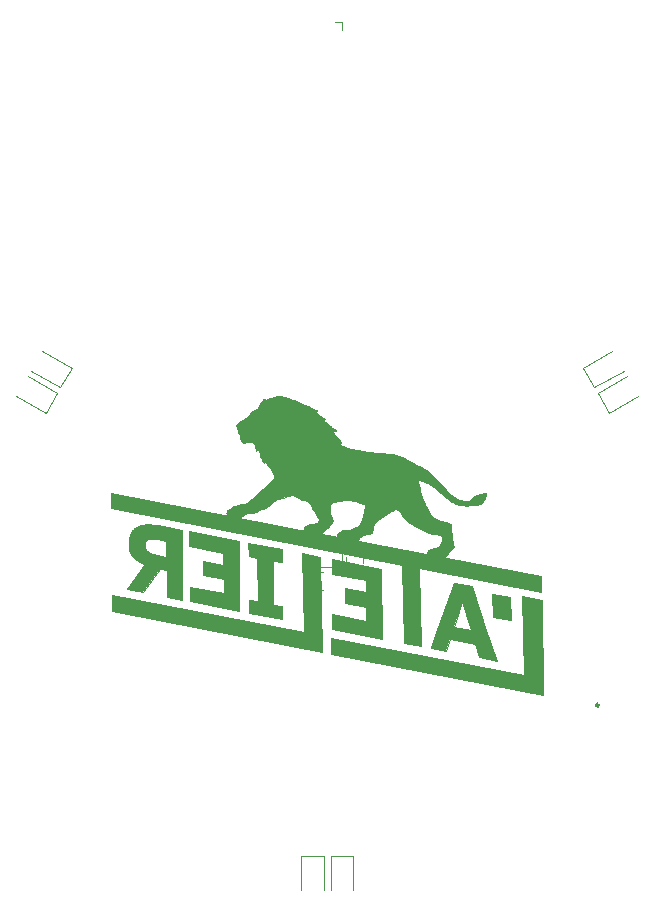
<source format=gbr>
%TF.GenerationSoftware,KiCad,Pcbnew,7.0.7*%
%TF.CreationDate,2023-11-13T09:37:15+01:00*%
%TF.ProjectId,Small,536d616c-6c2e-46b6-9963-61645f706362,rev?*%
%TF.SameCoordinates,Original*%
%TF.FileFunction,Legend,Bot*%
%TF.FilePolarity,Positive*%
%FSLAX46Y46*%
G04 Gerber Fmt 4.6, Leading zero omitted, Abs format (unit mm)*
G04 Created by KiCad (PCBNEW 7.0.7) date 2023-11-13 09:37:15*
%MOMM*%
%LPD*%
G01*
G04 APERTURE LIST*
%ADD10C,0.120174*%
%ADD11C,0.254000*%
%ADD12C,0.120000*%
G04 APERTURE END LIST*
D10*
X89334574Y-98012619D02*
X87824125Y-97718993D01*
X87485075Y-96602471D01*
X85414504Y-96200016D01*
X85087703Y-97187088D01*
X83747939Y-96926638D01*
X84400652Y-95134654D01*
X85747972Y-95134654D01*
X87144631Y-95406266D01*
X86427775Y-93024551D01*
X85747972Y-95134654D01*
X84400652Y-95134654D01*
X85754018Y-91419069D01*
X87239819Y-91707888D01*
X88468610Y-95406266D01*
X89334574Y-98012619D01*
G36*
X89334574Y-98012619D02*
G01*
X87824125Y-97718993D01*
X87485075Y-96602471D01*
X85414504Y-96200016D01*
X85087703Y-97187088D01*
X83747939Y-96926638D01*
X84400652Y-95134654D01*
X85747972Y-95134654D01*
X87144631Y-95406266D01*
X86427775Y-93024551D01*
X85747972Y-95134654D01*
X84400652Y-95134654D01*
X85754018Y-91419069D01*
X87239819Y-91707888D01*
X88468610Y-95406266D01*
X89334574Y-98012619D01*
G37*
X93141474Y-92855103D02*
X93260536Y-100881124D01*
X75331864Y-97396066D01*
X75309385Y-96052893D01*
X91635364Y-99226342D01*
X91497698Y-92535588D01*
X93141474Y-92855103D01*
G36*
X93141474Y-92855103D02*
G01*
X93260536Y-100881124D01*
X75331864Y-97396066D01*
X75309385Y-96052893D01*
X91635364Y-99226342D01*
X91497698Y-92535588D01*
X93141474Y-92855103D01*
G37*
X70945817Y-75558121D02*
X70968549Y-75563044D01*
X70997693Y-75569658D01*
X71031704Y-75577801D01*
X71069034Y-75587313D01*
X71108138Y-75598033D01*
X71127872Y-75603796D01*
X71147469Y-75609801D01*
X71230136Y-75637135D01*
X71343333Y-75672759D01*
X71465374Y-75710119D01*
X71574574Y-75742661D01*
X71629438Y-75760117D01*
X71695422Y-75783067D01*
X71842384Y-75836655D01*
X71978727Y-75885840D01*
X72031439Y-75903287D01*
X72051922Y-75909262D01*
X72067723Y-75913038D01*
X72119653Y-75923858D01*
X72142167Y-75929109D01*
X72163016Y-75934428D01*
X72182677Y-75939944D01*
X72201627Y-75945787D01*
X72220343Y-75952085D01*
X72239303Y-75958970D01*
X72279862Y-75975016D01*
X72327120Y-75994962D01*
X72457000Y-76050704D01*
X72484412Y-76062207D01*
X72548791Y-76090151D01*
X72586475Y-76107210D01*
X72623357Y-76124687D01*
X72640452Y-76133197D01*
X72656091Y-76141350D01*
X72669855Y-76148992D01*
X72681328Y-76155969D01*
X72741659Y-76195578D01*
X72783648Y-76222374D01*
X72830972Y-76251223D01*
X72856038Y-76265807D01*
X72881721Y-76280171D01*
X72907783Y-76294071D01*
X72933985Y-76307262D01*
X72960087Y-76319500D01*
X72985853Y-76330540D01*
X73011041Y-76340138D01*
X73035415Y-76348050D01*
X73142172Y-76378397D01*
X73254244Y-76410941D01*
X73372515Y-76446998D01*
X73434251Y-76466756D01*
X73497868Y-76487886D01*
X73972567Y-76752522D01*
X74024669Y-76771740D01*
X74072567Y-76788974D01*
X74121239Y-76806162D01*
X74119164Y-76810519D01*
X74112970Y-76821969D01*
X74108344Y-76829594D01*
X74102705Y-76838079D01*
X74096060Y-76847121D01*
X74088414Y-76856415D01*
X74084218Y-76861062D01*
X74079775Y-76865658D01*
X74075084Y-76870165D01*
X74070146Y-76874545D01*
X74064963Y-76878760D01*
X74059535Y-76882772D01*
X74053863Y-76886543D01*
X74047948Y-76890036D01*
X74041789Y-76893211D01*
X74035389Y-76896031D01*
X74028747Y-76898457D01*
X74021865Y-76900453D01*
X74014743Y-76901980D01*
X74007382Y-76903000D01*
X73999783Y-76903474D01*
X73991946Y-76903365D01*
X73993340Y-76907945D01*
X73997739Y-76920579D01*
X74001168Y-76929397D01*
X74005471Y-76939608D01*
X74010689Y-76951003D01*
X74016863Y-76963375D01*
X74024034Y-76976517D01*
X74032243Y-76990222D01*
X74041530Y-77004281D01*
X74046592Y-77011380D01*
X74051938Y-77018489D01*
X74057574Y-77025584D01*
X74063505Y-77032638D01*
X74069737Y-77039626D01*
X74076275Y-77046520D01*
X74083123Y-77053297D01*
X74090286Y-77059929D01*
X74097771Y-77066391D01*
X74105581Y-77072657D01*
X74138063Y-77097407D01*
X74171793Y-77122400D01*
X74206909Y-77147664D01*
X74243547Y-77173225D01*
X74281843Y-77199113D01*
X74321933Y-77225353D01*
X74363955Y-77251973D01*
X74408044Y-77279002D01*
X74455722Y-77308817D01*
X74506920Y-77342625D01*
X74559396Y-77378695D01*
X74610908Y-77415292D01*
X74659211Y-77450686D01*
X74702063Y-77483143D01*
X74737221Y-77510931D01*
X74762443Y-77532319D01*
X74759540Y-77535526D01*
X74751105Y-77544244D01*
X74744941Y-77550246D01*
X74737548Y-77557119D01*
X74728976Y-77564693D01*
X74719278Y-77572800D01*
X74708503Y-77581268D01*
X74696704Y-77589931D01*
X74683931Y-77598618D01*
X74677196Y-77602918D01*
X74670236Y-77607160D01*
X74663058Y-77611324D01*
X74655670Y-77615389D01*
X74648076Y-77619332D01*
X74640283Y-77623134D01*
X74632299Y-77626773D01*
X74624129Y-77630227D01*
X74615779Y-77633476D01*
X74607256Y-77636499D01*
X74606991Y-77636600D01*
X74606352Y-77636968D01*
X74605964Y-77637283D01*
X74605569Y-77637702D01*
X74605196Y-77638238D01*
X74604874Y-77638903D01*
X74604632Y-77639709D01*
X74604499Y-77640669D01*
X74604504Y-77641795D01*
X74604675Y-77643100D01*
X74605043Y-77644595D01*
X74605635Y-77646294D01*
X74606481Y-77648209D01*
X74607609Y-77650351D01*
X74609049Y-77652735D01*
X74610829Y-77655371D01*
X74612979Y-77658273D01*
X74615527Y-77661453D01*
X74618503Y-77664922D01*
X74621934Y-77668695D01*
X74625851Y-77672782D01*
X74630283Y-77677197D01*
X74635257Y-77681952D01*
X74640803Y-77687059D01*
X74646951Y-77692531D01*
X74653728Y-77698380D01*
X74661165Y-77704619D01*
X74669289Y-77711259D01*
X74678130Y-77718314D01*
X74687717Y-77725795D01*
X75139008Y-78047171D01*
X75159773Y-78061119D01*
X75181219Y-78076438D01*
X75225546Y-78110281D01*
X75270766Y-78146882D01*
X75315659Y-78184423D01*
X75399574Y-78255051D01*
X75436152Y-78284502D01*
X75452562Y-78296967D01*
X75467515Y-78307621D01*
X75503303Y-78335002D01*
X75532279Y-78356878D01*
X75556492Y-78375232D01*
X75577993Y-78392046D01*
X75598833Y-78409305D01*
X75609646Y-78418721D01*
X75621062Y-78428991D01*
X75646731Y-78453088D01*
X75677890Y-78483578D01*
X75693866Y-78497516D01*
X75706555Y-78509457D01*
X75711763Y-78514726D01*
X75716267Y-78519553D01*
X75720105Y-78523957D01*
X75723315Y-78527956D01*
X75725937Y-78531569D01*
X75728010Y-78534816D01*
X75729572Y-78537715D01*
X75730662Y-78540285D01*
X75731320Y-78542546D01*
X75731585Y-78544515D01*
X75731494Y-78546213D01*
X75731088Y-78547657D01*
X75730405Y-78548868D01*
X75729483Y-78549863D01*
X75728363Y-78550662D01*
X75727082Y-78551283D01*
X75724197Y-78552069D01*
X75721137Y-78552373D01*
X75718216Y-78552346D01*
X75715743Y-78552139D01*
X75713392Y-78551792D01*
X75704348Y-78552120D01*
X75693288Y-78552364D01*
X75678087Y-78552513D01*
X75658909Y-78552455D01*
X75635915Y-78552080D01*
X75609270Y-78551276D01*
X75594629Y-78550678D01*
X75579136Y-78549931D01*
X75566073Y-78547778D01*
X75553453Y-78546467D01*
X75541331Y-78545901D01*
X75529763Y-78545982D01*
X75518803Y-78546614D01*
X75508507Y-78547699D01*
X75498930Y-78549141D01*
X75490127Y-78550843D01*
X75482153Y-78552708D01*
X75475063Y-78554639D01*
X75463757Y-78558311D01*
X75454183Y-78562178D01*
X75453377Y-78564219D01*
X75452571Y-78566701D01*
X75451676Y-78570098D01*
X75450825Y-78574365D01*
X75450154Y-78579455D01*
X75449928Y-78582296D01*
X75449796Y-78585325D01*
X75449777Y-78588538D01*
X75449887Y-78591928D01*
X75450142Y-78595491D01*
X75450560Y-78599220D01*
X75451156Y-78603110D01*
X75451949Y-78607155D01*
X75452955Y-78611349D01*
X75454190Y-78615688D01*
X75455671Y-78620164D01*
X75457416Y-78624773D01*
X75459440Y-78629509D01*
X75461762Y-78634366D01*
X75464396Y-78639339D01*
X75467362Y-78644422D01*
X75470674Y-78649609D01*
X75474350Y-78654894D01*
X75478407Y-78660273D01*
X75482862Y-78665738D01*
X75492210Y-78677469D01*
X75501728Y-78690614D01*
X75521937Y-78721065D01*
X75544815Y-78756920D01*
X75571687Y-78798010D01*
X75587035Y-78820465D01*
X75603879Y-78844163D01*
X75622384Y-78869086D01*
X75642717Y-78895210D01*
X75665043Y-78922514D01*
X75689528Y-78950978D01*
X75716337Y-78980580D01*
X75745637Y-79011298D01*
X75760864Y-79025912D01*
X75775572Y-79040693D01*
X75789852Y-79055643D01*
X75803793Y-79070761D01*
X75831017Y-79101496D01*
X75857967Y-79132898D01*
X75885360Y-79164960D01*
X75913918Y-79197681D01*
X75944360Y-79231056D01*
X75960513Y-79247987D01*
X75977407Y-79265081D01*
X75992507Y-79282363D01*
X76007588Y-79300574D01*
X76037371Y-79338857D01*
X76066113Y-79378084D01*
X76093169Y-79416406D01*
X76139648Y-79482939D01*
X76157783Y-79507454D01*
X76165293Y-79516715D01*
X76171657Y-79523670D01*
X76049340Y-79585372D01*
X76047170Y-79658391D01*
X76054877Y-79666656D01*
X76062909Y-79674736D01*
X76071260Y-79682663D01*
X76079922Y-79690473D01*
X76088889Y-79698199D01*
X76098153Y-79705877D01*
X76117545Y-79721223D01*
X76205609Y-79787531D01*
X76227121Y-79799316D01*
X76262796Y-79815068D01*
X76373580Y-79856864D01*
X76531846Y-79909710D01*
X76731484Y-79970396D01*
X76966378Y-80035712D01*
X77095137Y-80069104D01*
X77230418Y-80102449D01*
X77371457Y-80135348D01*
X77517490Y-80167398D01*
X77667752Y-80198198D01*
X77821480Y-80227348D01*
X78069549Y-80271845D01*
X78296749Y-80308690D01*
X78504943Y-80338715D01*
X78695995Y-80362754D01*
X79034130Y-80396203D01*
X79326065Y-80415696D01*
X79830974Y-80439459D01*
X80073771Y-80457051D01*
X80330009Y-80487332D01*
X80461413Y-80508513D01*
X80588034Y-80533131D01*
X80710380Y-80561070D01*
X80828956Y-80592216D01*
X80944270Y-80626452D01*
X81056830Y-80663663D01*
X81167142Y-80703734D01*
X81275713Y-80746548D01*
X81383050Y-80791990D01*
X81489661Y-80839944D01*
X81702730Y-80942928D01*
X81918976Y-81054574D01*
X82142456Y-81173957D01*
X82165040Y-81185419D01*
X82186786Y-81196966D01*
X82227921Y-81220207D01*
X82266190Y-81243457D01*
X82301920Y-81266494D01*
X82335438Y-81289098D01*
X82367073Y-81311045D01*
X82426004Y-81352086D01*
X82523207Y-81394745D01*
X82619884Y-81438602D01*
X82715734Y-81483739D01*
X82810454Y-81530235D01*
X82903744Y-81578172D01*
X82995300Y-81627632D01*
X83084821Y-81678694D01*
X83172005Y-81731441D01*
X83330737Y-81840175D01*
X83499083Y-81970656D01*
X83674970Y-82119374D01*
X83856325Y-82282819D01*
X84041074Y-82457478D01*
X84227144Y-82639843D01*
X84594955Y-83013642D01*
X85255211Y-83699220D01*
X85514485Y-83954827D01*
X85619152Y-84048547D01*
X85704409Y-84114863D01*
X85775469Y-84163302D01*
X85843554Y-84206795D01*
X85908963Y-84245634D01*
X85972000Y-84280112D01*
X86032964Y-84310521D01*
X86092158Y-84337156D01*
X86149883Y-84360307D01*
X86206440Y-84380269D01*
X86262132Y-84397334D01*
X86317258Y-84411795D01*
X86372121Y-84423944D01*
X86427021Y-84434075D01*
X86482261Y-84442480D01*
X86538142Y-84449452D01*
X86653032Y-84460269D01*
X86710113Y-84462032D01*
X86762957Y-84462536D01*
X86811642Y-84461937D01*
X86856244Y-84460395D01*
X86933502Y-84455112D01*
X86995343Y-84447953D01*
X87042378Y-84440182D01*
X87075218Y-84433064D01*
X87100757Y-84425852D01*
X87140199Y-84375984D01*
X87184894Y-84322867D01*
X87212143Y-84291951D01*
X87242146Y-84259153D01*
X87274521Y-84225243D01*
X87308884Y-84190988D01*
X87344850Y-84157156D01*
X87382036Y-84124515D01*
X87420059Y-84093833D01*
X87439263Y-84079467D01*
X87458533Y-84065879D01*
X87477820Y-84053165D01*
X87497076Y-84041420D01*
X87516254Y-84030742D01*
X87535304Y-84021225D01*
X87589866Y-83997266D01*
X87651142Y-83974393D01*
X87717719Y-83952670D01*
X87788185Y-83932159D01*
X87935136Y-83895029D01*
X88080700Y-83863511D01*
X88213581Y-83838113D01*
X88322482Y-83819344D01*
X88423158Y-83803719D01*
X88423493Y-83821369D01*
X88422058Y-83870682D01*
X88419531Y-83905506D01*
X88415187Y-83946199D01*
X88408569Y-83992079D01*
X88399218Y-84042464D01*
X88386677Y-84096671D01*
X88370487Y-84154019D01*
X88360880Y-84183657D01*
X88350190Y-84213824D01*
X88338359Y-84244435D01*
X88325329Y-84275406D01*
X88311043Y-84306649D01*
X88295445Y-84338081D01*
X88278477Y-84369615D01*
X88260081Y-84401167D01*
X88240201Y-84432651D01*
X88218779Y-84463983D01*
X88195757Y-84495076D01*
X88171080Y-84525846D01*
X88139451Y-84560734D01*
X88107114Y-84592789D01*
X88074144Y-84622132D01*
X88040616Y-84648882D01*
X88006606Y-84673161D01*
X87972187Y-84695087D01*
X87937435Y-84714782D01*
X87902425Y-84732365D01*
X87867233Y-84747957D01*
X87831933Y-84761677D01*
X87761309Y-84783985D01*
X87691156Y-84800248D01*
X87622072Y-84811430D01*
X87179978Y-84833268D01*
X87113246Y-84843438D01*
X87037322Y-84852000D01*
X86953125Y-84858470D01*
X86861574Y-84862365D01*
X86763592Y-84863203D01*
X86660097Y-84860501D01*
X86552010Y-84853775D01*
X86440251Y-84842543D01*
X86325741Y-84826322D01*
X86209399Y-84804629D01*
X86092146Y-84776981D01*
X85974902Y-84742894D01*
X85858587Y-84701887D01*
X85744121Y-84653476D01*
X85632426Y-84597178D01*
X85577904Y-84565921D01*
X85524420Y-84532511D01*
X85429101Y-84468510D01*
X85334575Y-84401653D01*
X85240984Y-84332399D01*
X85148474Y-84261207D01*
X84967264Y-84114838D01*
X84792093Y-83966214D01*
X84174734Y-83422503D01*
X84104660Y-83367581D01*
X84029450Y-83312133D01*
X83949551Y-83256445D01*
X83865409Y-83200801D01*
X83777470Y-83145487D01*
X83686182Y-83090788D01*
X83591989Y-83036989D01*
X83495339Y-82984376D01*
X83396678Y-82933234D01*
X83296452Y-82883848D01*
X83195108Y-82836503D01*
X83093091Y-82791484D01*
X82990848Y-82749077D01*
X82888826Y-82709567D01*
X82787471Y-82673239D01*
X82687229Y-82640379D01*
X82689637Y-82677568D01*
X82692902Y-82714782D01*
X82701007Y-82788513D01*
X82709548Y-82860033D01*
X82713358Y-82894483D01*
X82716529Y-82927804D01*
X82731727Y-83026187D01*
X82753138Y-83136142D01*
X82811203Y-83382140D01*
X82883924Y-83648529D01*
X82964501Y-83918041D01*
X83046134Y-84173408D01*
X83122023Y-84397362D01*
X83185367Y-84572635D01*
X83229366Y-84681959D01*
X83277126Y-84784078D01*
X83346055Y-84920922D01*
X83428870Y-85079150D01*
X83518288Y-85245420D01*
X83607024Y-85406388D01*
X83687796Y-85548714D01*
X83753318Y-85659054D01*
X83796308Y-85724067D01*
X83812710Y-85741336D01*
X83831717Y-85759583D01*
X83853281Y-85778690D01*
X83877353Y-85798541D01*
X83903885Y-85819018D01*
X83932828Y-85840004D01*
X83964134Y-85861383D01*
X83997754Y-85883036D01*
X84033639Y-85904848D01*
X84071740Y-85926700D01*
X84112010Y-85948475D01*
X84154400Y-85970058D01*
X84198860Y-85991329D01*
X84245343Y-86012173D01*
X84293799Y-86032471D01*
X84344181Y-86052108D01*
X84649525Y-86155717D01*
X85031383Y-86278956D01*
X85495584Y-86425265D01*
X85495488Y-86559198D01*
X85497664Y-86707260D01*
X85503364Y-86892181D01*
X85514118Y-87101058D01*
X85521868Y-87210448D01*
X85531457Y-87320988D01*
X85543074Y-87431065D01*
X85556912Y-87539067D01*
X85573161Y-87643381D01*
X85592013Y-87742393D01*
X85607963Y-87827565D01*
X85629047Y-87926079D01*
X85677668Y-88132680D01*
X85738050Y-88371038D01*
X85721428Y-88382222D01*
X85676071Y-88414745D01*
X85644730Y-88438527D01*
X85608741Y-88467065D01*
X85568949Y-88500166D01*
X85526200Y-88537638D01*
X85481339Y-88579289D01*
X85435210Y-88624924D01*
X85388660Y-88674351D01*
X85342534Y-88727377D01*
X85319894Y-88755180D01*
X85297676Y-88783810D01*
X85275987Y-88813244D01*
X85254933Y-88843457D01*
X85234618Y-88874425D01*
X85215149Y-88906124D01*
X85196631Y-88938530D01*
X85179170Y-88971619D01*
X85145571Y-89014913D01*
X85107483Y-89062774D01*
X85066580Y-89111802D01*
X85045596Y-89135691D01*
X85024535Y-89158598D01*
X85003608Y-89180097D01*
X84983022Y-89199763D01*
X84962988Y-89217171D01*
X84943715Y-89231897D01*
X84925412Y-89243516D01*
X84916689Y-89248027D01*
X84908288Y-89251602D01*
X84900233Y-89254188D01*
X84892552Y-89255731D01*
X84885270Y-89256179D01*
X84878413Y-89255478D01*
X83463305Y-88977666D01*
X83462706Y-88962091D01*
X83462712Y-88944116D01*
X83463594Y-88920679D01*
X83465856Y-88892775D01*
X83470002Y-88861401D01*
X83476535Y-88827553D01*
X83485960Y-88792227D01*
X83491914Y-88774322D01*
X83498780Y-88756420D01*
X83506621Y-88738648D01*
X83515500Y-88721128D01*
X83525479Y-88703987D01*
X83536623Y-88687348D01*
X83548993Y-88671335D01*
X83562653Y-88656075D01*
X83577666Y-88641690D01*
X83594094Y-88628306D01*
X83612002Y-88616046D01*
X83631451Y-88605037D01*
X83652505Y-88595401D01*
X83675226Y-88587265D01*
X83699678Y-88580751D01*
X83725924Y-88575985D01*
X83741050Y-88572136D01*
X83755148Y-88568211D01*
X83780680Y-88560145D01*
X83803358Y-88551807D01*
X83824022Y-88543217D01*
X83903317Y-88506774D01*
X83926497Y-88497247D01*
X83952697Y-88487595D01*
X83982756Y-88477839D01*
X84017514Y-88468001D01*
X84036917Y-88463057D01*
X84057810Y-88458101D01*
X84080296Y-88453135D01*
X84104482Y-88448161D01*
X84130472Y-88443182D01*
X84158370Y-88438201D01*
X84188283Y-88433220D01*
X84220314Y-88428242D01*
X84245704Y-88424011D01*
X84269839Y-88419334D01*
X84292842Y-88414040D01*
X84314835Y-88407954D01*
X84335944Y-88400905D01*
X84356290Y-88392719D01*
X84375996Y-88383222D01*
X84395188Y-88372243D01*
X84413986Y-88359608D01*
X84432516Y-88345145D01*
X84450900Y-88328679D01*
X84469261Y-88310039D01*
X84487723Y-88289051D01*
X84506408Y-88265542D01*
X84525441Y-88239340D01*
X84544945Y-88210271D01*
X84564140Y-88178403D01*
X84582156Y-88144312D01*
X84598986Y-88108588D01*
X84614621Y-88071821D01*
X84629053Y-88034603D01*
X84642273Y-87997524D01*
X84665045Y-87926142D01*
X84682873Y-87862400D01*
X84695688Y-87811022D01*
X84706020Y-87764251D01*
X84706710Y-87751111D01*
X84707322Y-87715710D01*
X84706914Y-87691545D01*
X84705666Y-87664076D01*
X84703305Y-87634055D01*
X84699556Y-87602238D01*
X84694146Y-87569377D01*
X84686802Y-87536225D01*
X84682320Y-87519776D01*
X84677251Y-87503537D01*
X84671562Y-87487602D01*
X84665218Y-87472066D01*
X84658185Y-87457022D01*
X84650430Y-87442566D01*
X84641918Y-87428790D01*
X84632614Y-87415790D01*
X84622485Y-87403659D01*
X84611496Y-87392491D01*
X84599613Y-87382382D01*
X84586803Y-87373424D01*
X84569852Y-87362760D01*
X84551374Y-87353144D01*
X84531426Y-87344500D01*
X84510066Y-87336751D01*
X84463342Y-87323635D01*
X84411661Y-87313187D01*
X84355485Y-87304799D01*
X84295274Y-87297860D01*
X84164589Y-87285896D01*
X84023293Y-87272422D01*
X83949818Y-87263596D01*
X83875073Y-87252565D01*
X83799518Y-87238721D01*
X83723614Y-87221452D01*
X83647821Y-87200152D01*
X83610111Y-87187799D01*
X83572601Y-87174210D01*
X83457233Y-87126246D01*
X83337580Y-87073152D01*
X83090013Y-86954845D01*
X82839095Y-86825831D01*
X82594016Y-86692653D01*
X82363972Y-86561853D01*
X82158152Y-86439975D01*
X81985752Y-86333559D01*
X81855962Y-86249150D01*
X81807746Y-86212588D01*
X81756538Y-86167886D01*
X81702967Y-86116226D01*
X81647661Y-86058789D01*
X81591251Y-85996757D01*
X81534363Y-85931314D01*
X81421672Y-85794916D01*
X81314617Y-85659051D01*
X81218227Y-85533173D01*
X81077560Y-85349205D01*
X81053415Y-85320337D01*
X81029076Y-85293639D01*
X81004784Y-85269069D01*
X80980782Y-85246584D01*
X80957311Y-85226141D01*
X80934613Y-85207698D01*
X80912929Y-85191213D01*
X80892501Y-85176643D01*
X80873572Y-85163947D01*
X80856382Y-85153080D01*
X80828187Y-85136670D01*
X80803312Y-85123948D01*
X80761325Y-85151684D01*
X80636673Y-85232081D01*
X80543961Y-85290710D01*
X80431320Y-85360925D01*
X80298994Y-85442197D01*
X80147229Y-85534002D01*
X79994609Y-85624270D01*
X79866085Y-85703624D01*
X79758180Y-85772961D01*
X79667420Y-85833178D01*
X79523439Y-85929842D01*
X79463267Y-85968083D01*
X79406343Y-86000795D01*
X79377616Y-86017189D01*
X79348095Y-86035903D01*
X79318078Y-86056602D01*
X79287865Y-86078948D01*
X79257753Y-86102606D01*
X79228043Y-86127239D01*
X79199033Y-86152513D01*
X79171022Y-86178090D01*
X79144309Y-86203636D01*
X79119193Y-86228813D01*
X79095973Y-86253286D01*
X79074947Y-86276719D01*
X79056415Y-86298776D01*
X79040676Y-86319121D01*
X79028028Y-86337417D01*
X79018770Y-86353330D01*
X78988282Y-86411875D01*
X78960040Y-86475149D01*
X78934007Y-86541978D01*
X78910142Y-86611188D01*
X78888409Y-86681606D01*
X78868767Y-86752059D01*
X78835607Y-86888371D01*
X78810353Y-87010736D01*
X78792696Y-87109765D01*
X78778941Y-87200254D01*
X78680899Y-87216210D01*
X78575742Y-87235266D01*
X78448623Y-87260916D01*
X78311140Y-87292569D01*
X78242137Y-87310460D01*
X78174891Y-87329630D01*
X78110852Y-87350003D01*
X78051471Y-87371507D01*
X77998197Y-87394066D01*
X77952479Y-87417608D01*
X77932016Y-87429001D01*
X77911675Y-87441331D01*
X77871492Y-87468460D01*
X77832208Y-87498312D01*
X77794099Y-87530207D01*
X77757444Y-87563464D01*
X77722520Y-87597401D01*
X77689605Y-87631339D01*
X77658976Y-87664595D01*
X77605688Y-87726339D01*
X77564875Y-87777188D01*
X77529560Y-87824404D01*
X75807959Y-87486284D01*
X75805983Y-87464508D01*
X75805033Y-87443776D01*
X75805054Y-87424060D01*
X75805991Y-87405330D01*
X75807790Y-87387559D01*
X75810395Y-87370717D01*
X75813752Y-87354776D01*
X75817805Y-87339707D01*
X75822500Y-87325481D01*
X75827782Y-87312070D01*
X75833596Y-87299445D01*
X75839886Y-87287577D01*
X75846599Y-87276437D01*
X75853679Y-87265998D01*
X75861071Y-87256230D01*
X75868720Y-87247104D01*
X75884571Y-87230666D01*
X75900791Y-87216453D01*
X75916942Y-87204236D01*
X75932585Y-87193787D01*
X75981282Y-87165064D01*
X75997173Y-87153724D01*
X76013194Y-87141175D01*
X76046167Y-87113343D01*
X76081284Y-87083356D01*
X76099986Y-87068113D01*
X76119631Y-87053002D01*
X76140354Y-87038246D01*
X76162291Y-87024069D01*
X76173757Y-87017268D01*
X76185577Y-87010695D01*
X76197769Y-87004378D01*
X76210349Y-86998346D01*
X76223334Y-86992626D01*
X76236741Y-86987246D01*
X76250587Y-86982235D01*
X76264889Y-86977620D01*
X76279664Y-86973429D01*
X76294929Y-86969690D01*
X76310701Y-86966431D01*
X76326996Y-86963680D01*
X76437854Y-86947578D01*
X76534545Y-86935095D01*
X76618357Y-86925713D01*
X76690575Y-86918914D01*
X76805373Y-86910990D01*
X76889224Y-86907175D01*
X76952416Y-86903320D01*
X76979480Y-86900082D01*
X77005236Y-86895279D01*
X77030970Y-86888392D01*
X77057969Y-86878903D01*
X77087518Y-86866293D01*
X77120903Y-86850045D01*
X77412030Y-86708262D01*
X77491828Y-86666307D01*
X77529479Y-86645085D01*
X77564831Y-86623877D01*
X77597285Y-86602816D01*
X77626241Y-86582035D01*
X77651098Y-86561668D01*
X77671256Y-86541846D01*
X77690306Y-86517724D01*
X77711982Y-86484806D01*
X77735905Y-86443753D01*
X77761691Y-86395227D01*
X77788961Y-86339887D01*
X77817332Y-86278395D01*
X77846424Y-86211411D01*
X77875855Y-86139596D01*
X77905243Y-86063611D01*
X77934208Y-85984116D01*
X77962368Y-85901771D01*
X77989341Y-85817239D01*
X78014746Y-85731178D01*
X78038203Y-85644251D01*
X78059329Y-85557118D01*
X78077743Y-85470439D01*
X78098891Y-85365662D01*
X78120542Y-85264143D01*
X78142535Y-85166710D01*
X78164708Y-85074193D01*
X78186902Y-84987420D01*
X78208955Y-84907221D01*
X78230706Y-84834425D01*
X78251996Y-84769861D01*
X78042040Y-84695109D01*
X77809919Y-84617000D01*
X77560242Y-84542038D01*
X77430259Y-84507771D01*
X77297616Y-84476730D01*
X77162887Y-84449729D01*
X77026650Y-84427580D01*
X76889479Y-84411098D01*
X76751952Y-84401094D01*
X76614644Y-84398382D01*
X76478131Y-84403775D01*
X76342989Y-84418087D01*
X76209795Y-84442130D01*
X76066267Y-84474408D01*
X75859827Y-84517288D01*
X75738733Y-84540959D01*
X75608772Y-84565184D01*
X75472232Y-84589266D01*
X75331399Y-84612507D01*
X75321353Y-84629342D01*
X75311444Y-84647103D01*
X75301702Y-84665831D01*
X75292155Y-84685568D01*
X75282831Y-84706355D01*
X75273758Y-84728233D01*
X75264965Y-84751242D01*
X75256478Y-84775425D01*
X75248328Y-84800822D01*
X75240541Y-84827474D01*
X75233146Y-84855422D01*
X75226171Y-84884708D01*
X75219644Y-84915373D01*
X75213594Y-84947457D01*
X75208048Y-84981002D01*
X75203036Y-85016049D01*
X75197972Y-85060134D01*
X75195203Y-85105188D01*
X75195989Y-85197581D01*
X75204274Y-85291984D01*
X75218939Y-85387156D01*
X75238864Y-85481853D01*
X75262930Y-85574834D01*
X75290016Y-85664857D01*
X75319005Y-85750677D01*
X75378209Y-85904746D01*
X75431585Y-86027100D01*
X75485034Y-86136911D01*
X75431303Y-86219548D01*
X75306573Y-86406497D01*
X75234675Y-86510514D01*
X75165537Y-86606319D01*
X75134139Y-86647570D01*
X75105996Y-86682482D01*
X75081961Y-86709626D01*
X75062889Y-86727572D01*
X75046884Y-86741481D01*
X75027368Y-86756548D01*
X75004804Y-86772704D01*
X74979654Y-86789877D01*
X74862442Y-86867329D01*
X74800343Y-86910320D01*
X74770038Y-86932635D01*
X74740847Y-86955401D01*
X74713232Y-86978548D01*
X74687654Y-87002006D01*
X74664577Y-87025702D01*
X74644463Y-87049568D01*
X74601457Y-87111740D01*
X74557138Y-87174810D01*
X74508503Y-87243353D01*
X93111708Y-90859411D01*
X93131397Y-92183207D01*
X82803966Y-90175732D01*
X82913727Y-96764478D01*
X81495208Y-96488836D01*
X81359559Y-89894974D01*
X56683703Y-85098524D01*
X56665561Y-83775038D01*
X74499821Y-87241648D01*
X73022703Y-86951432D01*
X73020765Y-86939240D01*
X73019076Y-86925057D01*
X73017561Y-86906426D01*
X73016709Y-86884050D01*
X73017009Y-86858637D01*
X73018951Y-86830892D01*
X73023023Y-86801520D01*
X73026012Y-86786445D01*
X73029717Y-86771228D01*
X73034199Y-86755957D01*
X73039520Y-86740721D01*
X73045741Y-86725608D01*
X73052923Y-86710705D01*
X73061128Y-86696102D01*
X73070416Y-86681887D01*
X73080848Y-86668147D01*
X73092486Y-86654970D01*
X73105392Y-86642447D01*
X73119625Y-86630663D01*
X73135248Y-86619708D01*
X73152322Y-86609670D01*
X73170907Y-86600637D01*
X73191066Y-86592697D01*
X73208388Y-86586362D01*
X73225919Y-86579062D01*
X73243649Y-86570937D01*
X73261568Y-86562130D01*
X73297932Y-86543038D01*
X73334929Y-86522918D01*
X73372479Y-86502908D01*
X73391436Y-86493298D01*
X73410501Y-86484140D01*
X73429663Y-86475578D01*
X73448913Y-86467751D01*
X73468240Y-86460803D01*
X73487635Y-86454876D01*
X73560591Y-86437661D01*
X73625436Y-86424199D01*
X73682940Y-86413961D01*
X73733869Y-86406415D01*
X73778992Y-86401029D01*
X73819077Y-86397274D01*
X73887204Y-86392529D01*
X73944394Y-86387933D01*
X73970808Y-86384363D01*
X73996791Y-86379237D01*
X74023113Y-86372024D01*
X74050540Y-86362194D01*
X74079841Y-86349215D01*
X74111784Y-86332557D01*
X74121946Y-86327033D01*
X74132123Y-86320315D01*
X74142292Y-86312492D01*
X74152432Y-86303654D01*
X74172535Y-86283291D01*
X74192255Y-86259946D01*
X74211415Y-86234338D01*
X74229837Y-86207186D01*
X74247345Y-86179207D01*
X74263761Y-86151122D01*
X74292612Y-86097507D01*
X74314973Y-86052090D01*
X74334562Y-86008856D01*
X74244992Y-85879328D01*
X74040816Y-85579190D01*
X73926001Y-85406600D01*
X73818833Y-85241109D01*
X73731414Y-85099299D01*
X73698891Y-85042457D01*
X73675842Y-84997754D01*
X73534334Y-84720401D01*
X73509449Y-84670701D01*
X73487258Y-84624833D01*
X73467008Y-84580784D01*
X73447949Y-84536541D01*
X73256904Y-84478422D01*
X73068858Y-84416730D01*
X72888152Y-84352747D01*
X72719126Y-84287758D01*
X72566120Y-84223045D01*
X72433474Y-84159891D01*
X72376143Y-84129300D01*
X72325530Y-84099580D01*
X72282176Y-84070892D01*
X72246626Y-84043395D01*
X72236601Y-84036696D01*
X72226884Y-84029809D01*
X72217450Y-84022764D01*
X72208275Y-84015591D01*
X72190605Y-84000989D01*
X72173681Y-83986248D01*
X72141299Y-83957340D01*
X72125453Y-83943667D01*
X72117533Y-83937133D01*
X72109581Y-83930842D01*
X72085395Y-83939844D01*
X72062196Y-83948896D01*
X72018326Y-83966487D01*
X71997437Y-83974699D01*
X71977101Y-83982302D01*
X71957210Y-83989132D01*
X71937654Y-83995025D01*
X71875696Y-84016390D01*
X71804584Y-84038523D01*
X71640235Y-84084920D01*
X71260446Y-84185048D01*
X71066379Y-84238096D01*
X70883778Y-84292678D01*
X70800117Y-84320437D01*
X70723329Y-84348452D01*
X70654752Y-84376679D01*
X70595720Y-84405076D01*
X70540058Y-84437669D01*
X70481315Y-84477639D01*
X70420412Y-84523678D01*
X70358269Y-84574477D01*
X70295807Y-84628730D01*
X70233946Y-84685128D01*
X70115711Y-84799125D01*
X70010930Y-84906005D01*
X69926967Y-84995304D01*
X69850959Y-85079300D01*
X69749126Y-85098910D01*
X69640931Y-85122653D01*
X69511527Y-85155003D01*
X69442850Y-85174245D01*
X69373644Y-85195447D01*
X69305501Y-85218545D01*
X69240013Y-85243473D01*
X69178771Y-85270168D01*
X69123366Y-85298566D01*
X69098350Y-85313384D01*
X69075390Y-85328603D01*
X69054686Y-85344215D01*
X69036435Y-85360214D01*
X69023907Y-85370449D01*
X69008914Y-85380311D01*
X68972285Y-85398924D01*
X68928048Y-85416079D01*
X68877706Y-85431803D01*
X68822761Y-85446121D01*
X68764714Y-85459058D01*
X68645324Y-85480895D01*
X68531549Y-85497520D01*
X68435406Y-85509140D01*
X68344074Y-85518188D01*
X68336489Y-85517105D01*
X68327180Y-85516242D01*
X68314347Y-85515602D01*
X68298105Y-85515512D01*
X68278570Y-85516301D01*
X68255855Y-85518294D01*
X68230076Y-85521821D01*
X68216074Y-85524262D01*
X68201349Y-85527208D01*
X68185915Y-85530702D01*
X68169788Y-85534784D01*
X68152981Y-85539495D01*
X68135508Y-85544876D01*
X68117385Y-85550967D01*
X68098625Y-85557810D01*
X68079242Y-85565446D01*
X68059253Y-85573916D01*
X68038669Y-85583261D01*
X68017507Y-85593521D01*
X67995780Y-85604737D01*
X67973503Y-85616951D01*
X67950690Y-85630204D01*
X67927356Y-85644535D01*
X67767272Y-85739593D01*
X67736551Y-85756889D01*
X67708390Y-85771835D01*
X67682210Y-85784551D01*
X67657432Y-85795157D01*
X67633475Y-85803772D01*
X67609761Y-85810514D01*
X67585708Y-85815503D01*
X67560739Y-85818858D01*
X67534273Y-85820699D01*
X67505731Y-85821144D01*
X67474532Y-85820313D01*
X67440098Y-85818325D01*
X67295196Y-85801980D01*
X67137596Y-85780132D01*
X66823778Y-85729400D01*
X66477987Y-85666085D01*
X66474657Y-85648323D01*
X66468408Y-85600846D01*
X66465942Y-85568686D01*
X66464849Y-85532364D01*
X66465830Y-85492968D01*
X66469588Y-85451588D01*
X66472727Y-85430493D01*
X66476822Y-85409311D01*
X66481962Y-85388177D01*
X66488234Y-85367228D01*
X66495727Y-85346599D01*
X66504526Y-85326427D01*
X66514720Y-85306847D01*
X66526398Y-85287996D01*
X66539645Y-85270010D01*
X66554551Y-85253025D01*
X66571202Y-85237177D01*
X66589687Y-85222603D01*
X66610092Y-85209438D01*
X66632506Y-85197818D01*
X66657016Y-85187880D01*
X66683710Y-85179759D01*
X66710069Y-85172373D01*
X66733689Y-85164561D01*
X66754827Y-85156342D01*
X66773743Y-85147737D01*
X66790694Y-85138763D01*
X66805940Y-85129441D01*
X66819739Y-85119791D01*
X66832350Y-85109830D01*
X66844031Y-85099580D01*
X66855040Y-85089058D01*
X66876081Y-85067281D01*
X66897539Y-85044652D01*
X66921484Y-85021328D01*
X66935035Y-85009454D01*
X66949984Y-84997464D01*
X66966588Y-84985377D01*
X66985108Y-84973214D01*
X67005800Y-84960993D01*
X67028924Y-84948734D01*
X67054739Y-84936456D01*
X67083502Y-84924178D01*
X67115473Y-84911921D01*
X67150909Y-84899703D01*
X67190071Y-84887543D01*
X67233215Y-84875462D01*
X67280601Y-84863478D01*
X67332488Y-84851612D01*
X67389133Y-84839881D01*
X67450796Y-84828306D01*
X67795586Y-84772053D01*
X67883642Y-84755846D01*
X67964538Y-84738088D01*
X68001067Y-84728519D01*
X68034325Y-84718432D01*
X68063818Y-84707785D01*
X68089052Y-84696532D01*
X68118583Y-84678219D01*
X68160373Y-84647369D01*
X68275151Y-84553784D01*
X68422240Y-84427222D01*
X68590494Y-84279127D01*
X68945912Y-83964119D01*
X69110784Y-83820094D01*
X69252236Y-83700315D01*
X69393091Y-83585147D01*
X69556788Y-83446470D01*
X69901392Y-83146503D01*
X70300233Y-82791533D01*
X70487818Y-82522246D01*
X70508282Y-82293580D01*
X70425342Y-82154827D01*
X70295892Y-81941051D01*
X70264564Y-81886010D01*
X70250216Y-81859368D01*
X70237027Y-81833582D01*
X70225208Y-81808856D01*
X70214971Y-81785393D01*
X70206525Y-81763396D01*
X70200084Y-81743068D01*
X70188660Y-81704468D01*
X70178468Y-81675298D01*
X70173794Y-81663883D01*
X70169380Y-81654385D01*
X70165209Y-81646659D01*
X70161267Y-81640556D01*
X70157537Y-81635931D01*
X70154002Y-81632636D01*
X70150648Y-81630525D01*
X70147457Y-81629451D01*
X70144415Y-81629268D01*
X70141504Y-81629828D01*
X70136014Y-81632593D01*
X70125914Y-81640592D01*
X70121047Y-81643478D01*
X70118603Y-81644129D01*
X70116131Y-81644057D01*
X70113615Y-81643114D01*
X70111039Y-81641154D01*
X70108387Y-81638031D01*
X70105643Y-81633597D01*
X70102791Y-81627706D01*
X70099814Y-81620211D01*
X70093425Y-81599823D01*
X70090339Y-81589997D01*
X70086480Y-81579962D01*
X70081892Y-81569738D01*
X70076616Y-81559347D01*
X70064174Y-81538154D01*
X70049497Y-81516557D01*
X70032928Y-81494731D01*
X70014808Y-81472852D01*
X69995480Y-81451094D01*
X69975287Y-81429633D01*
X69954571Y-81408643D01*
X69933674Y-81388299D01*
X69892708Y-81350250D01*
X69855128Y-81316887D01*
X69823674Y-81289609D01*
X69811838Y-81277011D01*
X69799504Y-81262378D01*
X69786848Y-81246102D01*
X69774042Y-81228578D01*
X69748678Y-81191354D01*
X69724805Y-81153849D01*
X69703815Y-81119206D01*
X69687099Y-81090569D01*
X69672056Y-81063887D01*
X69668724Y-81077964D01*
X69664221Y-81093987D01*
X69661161Y-81103786D01*
X69657526Y-81114603D01*
X69653285Y-81126305D01*
X69648412Y-81138762D01*
X69642878Y-81151843D01*
X69636655Y-81165416D01*
X69629714Y-81179351D01*
X69622028Y-81193517D01*
X69617897Y-81200646D01*
X69613568Y-81207783D01*
X69609039Y-81214912D01*
X69604307Y-81222017D01*
X69602048Y-81219254D01*
X69595567Y-81210928D01*
X69590881Y-81204661D01*
X69585307Y-81196982D01*
X69578898Y-81187883D01*
X69571711Y-81177358D01*
X69563801Y-81165399D01*
X69555224Y-81151999D01*
X69546034Y-81137151D01*
X69536287Y-81120848D01*
X69526039Y-81103083D01*
X69515345Y-81083848D01*
X69504261Y-81063137D01*
X69492841Y-81040941D01*
X69482250Y-81019293D01*
X69473421Y-80999999D01*
X69466064Y-80982714D01*
X69459885Y-80967095D01*
X69449903Y-80939476D01*
X69441146Y-80914393D01*
X69436498Y-80901941D01*
X69431283Y-80889092D01*
X69425209Y-80875500D01*
X69417984Y-80860822D01*
X69409319Y-80844714D01*
X69398921Y-80826831D01*
X69386499Y-80806831D01*
X69371763Y-80784368D01*
X69354339Y-80759033D01*
X69338392Y-80731673D01*
X69323801Y-80702534D01*
X69310445Y-80671862D01*
X69298206Y-80639902D01*
X69286961Y-80606900D01*
X69276592Y-80573101D01*
X69266976Y-80538750D01*
X69202781Y-80273547D01*
X69186676Y-80223768D01*
X69172224Y-80181637D01*
X69159286Y-80146410D01*
X69147720Y-80117338D01*
X69137389Y-80093675D01*
X69128151Y-80074674D01*
X69119867Y-80059588D01*
X69112398Y-80047670D01*
X69102794Y-80064339D01*
X69077795Y-80106680D01*
X69061310Y-80133885D01*
X69043123Y-80163196D01*
X69023947Y-80193176D01*
X69004499Y-80222388D01*
X68995286Y-80207953D01*
X68985390Y-80191518D01*
X68979592Y-80181465D01*
X68973408Y-80170368D01*
X68966972Y-80158361D01*
X68960419Y-80145576D01*
X68953884Y-80132150D01*
X68947503Y-80118214D01*
X68941410Y-80103905D01*
X68935740Y-80089355D01*
X68930628Y-80074700D01*
X68928324Y-80067374D01*
X68926210Y-80060072D01*
X68918965Y-80001429D01*
X68914907Y-79970657D01*
X68910154Y-79939030D01*
X68904404Y-79906633D01*
X68897356Y-79873551D01*
X68893249Y-79856779D01*
X68888705Y-79839868D01*
X68883684Y-79822827D01*
X68878149Y-79805668D01*
X68867129Y-79770950D01*
X68856974Y-79736261D01*
X68847213Y-79702513D01*
X68837379Y-79670618D01*
X68832288Y-79655650D01*
X68827002Y-79641486D01*
X68821463Y-79628242D01*
X68815613Y-79616031D01*
X68809392Y-79604966D01*
X68802743Y-79595161D01*
X68795605Y-79586732D01*
X68787922Y-79579791D01*
X68779611Y-79573158D01*
X68770623Y-79565672D01*
X68750576Y-79548713D01*
X68739498Y-79539522D01*
X68727704Y-79530045D01*
X68715184Y-79520426D01*
X68701929Y-79510806D01*
X68687929Y-79501325D01*
X68673173Y-79492127D01*
X68657653Y-79483353D01*
X68649604Y-79479170D01*
X68641359Y-79475145D01*
X68632919Y-79471298D01*
X68624281Y-79467645D01*
X68615445Y-79464204D01*
X68606409Y-79460993D01*
X68597172Y-79458031D01*
X68587734Y-79455333D01*
X68578092Y-79452919D01*
X68568245Y-79450806D01*
X68554500Y-79448525D01*
X68539863Y-79446859D01*
X68524434Y-79445756D01*
X68508313Y-79445164D01*
X68491600Y-79445031D01*
X68474395Y-79445303D01*
X68438908Y-79446859D01*
X68402651Y-79449411D01*
X68366424Y-79452542D01*
X68297254Y-79458868D01*
X68288185Y-79459174D01*
X68279521Y-79459167D01*
X68271239Y-79458881D01*
X68263316Y-79458349D01*
X68248461Y-79456682D01*
X68234777Y-79454438D01*
X68210208Y-79449295D01*
X68198967Y-79446937D01*
X68188183Y-79445082D01*
X68177677Y-79443999D01*
X68172474Y-79443831D01*
X68167273Y-79443958D01*
X68162052Y-79444413D01*
X68156790Y-79445230D01*
X68151463Y-79446442D01*
X68146050Y-79448084D01*
X68140528Y-79450189D01*
X68134876Y-79452791D01*
X68129069Y-79455923D01*
X68123088Y-79459620D01*
X68116908Y-79463915D01*
X68110508Y-79468842D01*
X68103865Y-79474435D01*
X68096957Y-79480727D01*
X68082721Y-79493435D01*
X68068301Y-79504979D01*
X68053850Y-79515406D01*
X68039520Y-79524764D01*
X68025463Y-79533100D01*
X68011830Y-79540462D01*
X67998775Y-79546897D01*
X67986448Y-79552453D01*
X67975002Y-79557177D01*
X67964589Y-79561118D01*
X67947470Y-79566836D01*
X67932316Y-79570955D01*
X67932325Y-79570810D01*
X67932288Y-79570351D01*
X67932220Y-79569992D01*
X67932103Y-79569540D01*
X67931925Y-79568991D01*
X67931672Y-79568339D01*
X67931332Y-79567581D01*
X67930892Y-79566712D01*
X67930341Y-79565726D01*
X67929666Y-79564620D01*
X67928853Y-79563388D01*
X67927891Y-79562025D01*
X67926768Y-79560528D01*
X67925469Y-79558891D01*
X67923984Y-79557110D01*
X67922300Y-79555179D01*
X67920403Y-79553095D01*
X67918282Y-79550852D01*
X67915924Y-79548447D01*
X67913317Y-79545873D01*
X67910448Y-79543127D01*
X67907304Y-79540204D01*
X67903873Y-79537098D01*
X67900142Y-79533807D01*
X67896100Y-79530323D01*
X67891733Y-79526644D01*
X67887029Y-79522764D01*
X67881975Y-79518679D01*
X67876560Y-79514383D01*
X67870769Y-79509873D01*
X67849590Y-79493488D01*
X67832926Y-79480426D01*
X67819308Y-79469396D01*
X67807269Y-79459104D01*
X67795338Y-79448260D01*
X67782046Y-79435571D01*
X67765926Y-79419746D01*
X67745507Y-79399491D01*
X67734859Y-79388490D01*
X67725843Y-79378311D01*
X67718267Y-79368846D01*
X67711936Y-79359985D01*
X67706657Y-79351618D01*
X67702236Y-79343634D01*
X67698478Y-79335924D01*
X67695191Y-79328379D01*
X67689252Y-79313341D01*
X67686212Y-79305628D01*
X67682868Y-79297641D01*
X67679024Y-79289268D01*
X67674489Y-79280400D01*
X67669067Y-79270928D01*
X67662565Y-79260741D01*
X67655597Y-79250175D01*
X67648919Y-79239592D01*
X67642542Y-79228924D01*
X67636482Y-79218102D01*
X67630751Y-79207057D01*
X67625364Y-79195720D01*
X67620334Y-79184022D01*
X67615676Y-79171895D01*
X67611402Y-79159269D01*
X67607527Y-79146075D01*
X67604064Y-79132245D01*
X67601028Y-79117710D01*
X67598432Y-79102401D01*
X67596290Y-79086249D01*
X67594615Y-79069185D01*
X67593422Y-79051141D01*
X67593126Y-79042040D01*
X67593162Y-79033283D01*
X67593500Y-79024856D01*
X67594113Y-79016743D01*
X67596049Y-79001402D01*
X67598740Y-78987145D01*
X67601958Y-78973854D01*
X67605476Y-78961412D01*
X67612495Y-78938609D01*
X67615541Y-78928013D01*
X67617974Y-78917799D01*
X67619565Y-78907849D01*
X67619973Y-78902937D01*
X67620086Y-78898047D01*
X67619874Y-78893165D01*
X67619309Y-78888275D01*
X67618363Y-78883364D01*
X67617006Y-78878417D01*
X67615211Y-78873419D01*
X67612949Y-78868356D01*
X67610192Y-78863212D01*
X67606910Y-78857974D01*
X67604090Y-78854079D01*
X67600973Y-78850314D01*
X67597580Y-78846656D01*
X67593932Y-78843082D01*
X67585947Y-78836094D01*
X67577180Y-78829168D01*
X67557946Y-78814765D01*
X67547801Y-78806922D01*
X67537520Y-78798405D01*
X67527263Y-78789032D01*
X67522194Y-78783967D01*
X67517192Y-78778620D01*
X67512277Y-78772966D01*
X67507469Y-78766984D01*
X67502788Y-78760650D01*
X67498254Y-78753941D01*
X67493888Y-78746835D01*
X67489709Y-78739308D01*
X67485739Y-78731338D01*
X67481996Y-78722901D01*
X67478501Y-78713975D01*
X67475275Y-78704537D01*
X67472338Y-78694563D01*
X67469709Y-78684032D01*
X67467303Y-78664013D01*
X67465479Y-78646242D01*
X67464145Y-78630540D01*
X67463211Y-78616726D01*
X67462184Y-78594052D01*
X67461673Y-78576787D01*
X67460955Y-78563501D01*
X67460293Y-78557901D01*
X67459308Y-78552760D01*
X67457909Y-78547896D01*
X67456007Y-78543133D01*
X67453510Y-78538290D01*
X67450329Y-78533188D01*
X67448614Y-78530415D01*
X67447017Y-78527401D01*
X67444163Y-78520736D01*
X67441733Y-78513367D01*
X67439695Y-78505466D01*
X67438013Y-78497204D01*
X67436655Y-78488756D01*
X67435587Y-78480294D01*
X67434774Y-78471989D01*
X67433781Y-78456545D01*
X67433407Y-78443803D01*
X67433431Y-78431954D01*
X67418142Y-78410373D01*
X67402314Y-78386414D01*
X67393313Y-78372022D01*
X67383952Y-78356357D01*
X67374504Y-78339671D01*
X67365244Y-78322214D01*
X67356444Y-78304238D01*
X67348379Y-78285995D01*
X67341323Y-78267737D01*
X67338259Y-78258680D01*
X67335549Y-78249713D01*
X67333228Y-78240868D01*
X67331331Y-78232176D01*
X67329890Y-78223669D01*
X67328942Y-78215378D01*
X67329527Y-78199981D01*
X67329633Y-78185568D01*
X67329273Y-78172069D01*
X67328460Y-78159416D01*
X67327208Y-78147538D01*
X67325531Y-78136367D01*
X67323441Y-78125832D01*
X67320953Y-78115866D01*
X67318080Y-78106398D01*
X67314836Y-78097359D01*
X67311234Y-78088680D01*
X67307287Y-78080292D01*
X67303009Y-78072124D01*
X67298414Y-78064109D01*
X67293514Y-78056176D01*
X67288325Y-78048256D01*
X67290697Y-78043246D01*
X67293866Y-78037318D01*
X67298536Y-78029408D01*
X67304845Y-78019738D01*
X67312926Y-78008533D01*
X67322915Y-77996017D01*
X67328668Y-77989337D01*
X67334948Y-77982413D01*
X67341773Y-77975273D01*
X67349160Y-77967946D01*
X67357125Y-77960458D01*
X67365686Y-77952838D01*
X67374859Y-77945114D01*
X67384662Y-77937314D01*
X67395111Y-77929467D01*
X67406223Y-77921599D01*
X67418015Y-77913739D01*
X67430504Y-77905915D01*
X67443707Y-77898154D01*
X67457641Y-77890486D01*
X67472323Y-77882938D01*
X67487769Y-77875537D01*
X67503997Y-77868312D01*
X67521024Y-77861291D01*
X67526971Y-77853463D01*
X67534154Y-77843845D01*
X67543923Y-77830573D01*
X67556109Y-77813757D01*
X67570548Y-77793509D01*
X67587071Y-77769939D01*
X67605513Y-77743159D01*
X67619880Y-77734085D01*
X67636344Y-77724653D01*
X67674457Y-77704859D01*
X67717646Y-77684057D01*
X67763703Y-77662531D01*
X67810422Y-77640560D01*
X67855594Y-77618426D01*
X67876911Y-77607387D01*
X67897013Y-77596412D01*
X67915625Y-77585537D01*
X67932471Y-77574797D01*
X67965444Y-77552204D01*
X68000068Y-77527774D01*
X68069420Y-77477629D01*
X68130837Y-77432815D01*
X68155541Y-77415048D01*
X68174626Y-77401784D01*
X68183303Y-77395501D01*
X68193345Y-77387479D01*
X68216822Y-77367230D01*
X68272446Y-77316967D01*
X68301788Y-77290990D01*
X68316228Y-77278672D01*
X68330281Y-77267139D01*
X68343771Y-77256641D01*
X68356523Y-77247432D01*
X68368361Y-77239764D01*
X68379111Y-77233888D01*
X68383042Y-77231766D01*
X68387314Y-77228568D01*
X68391897Y-77224363D01*
X68396761Y-77219222D01*
X68407215Y-77206414D01*
X68418439Y-77190708D01*
X68430194Y-77172666D01*
X68442244Y-77152852D01*
X68454350Y-77131830D01*
X68466277Y-77110162D01*
X68488638Y-77067144D01*
X68507429Y-77028305D01*
X68520749Y-76998151D01*
X68524764Y-76987740D01*
X68526699Y-76981190D01*
X68529898Y-76976670D01*
X68533377Y-76971181D01*
X68541426Y-76957845D01*
X68546121Y-76950275D01*
X68551347Y-76942287D01*
X68557165Y-76934021D01*
X68563639Y-76925614D01*
X68570831Y-76917204D01*
X68574716Y-76913041D01*
X68578804Y-76908930D01*
X68583103Y-76904887D01*
X68587620Y-76900930D01*
X68592364Y-76897076D01*
X68597342Y-76893343D01*
X68602562Y-76889747D01*
X68608032Y-76886305D01*
X68613759Y-76883036D01*
X68619753Y-76879957D01*
X68626019Y-76877084D01*
X68632567Y-76874435D01*
X68639403Y-76872028D01*
X68646537Y-76869879D01*
X68749187Y-76830405D01*
X68782083Y-76816582D01*
X68798611Y-76809175D01*
X68814949Y-76801459D01*
X68830913Y-76793453D01*
X68846321Y-76785175D01*
X68860991Y-76776641D01*
X68874739Y-76767870D01*
X68891042Y-76760522D01*
X68909636Y-76751183D01*
X68951856Y-76727890D01*
X68997706Y-76700714D01*
X69043497Y-76672375D01*
X69120135Y-76623098D01*
X69152242Y-76601833D01*
X69167646Y-76558542D01*
X69185514Y-76511476D01*
X69208925Y-76453730D01*
X69222421Y-76422320D01*
X69236957Y-76390002D01*
X69252415Y-76357364D01*
X69268682Y-76324992D01*
X69285641Y-76293474D01*
X69303178Y-76263397D01*
X69321175Y-76235350D01*
X69339518Y-76209919D01*
X69373039Y-76165769D01*
X69400504Y-76128323D01*
X69442113Y-76069330D01*
X69458684Y-76045675D01*
X69474050Y-76024511D01*
X69489424Y-76004782D01*
X69506018Y-75985437D01*
X69536002Y-75952674D01*
X69542219Y-75945758D01*
X69548095Y-75939026D01*
X69553716Y-75932316D01*
X69559167Y-75925465D01*
X69564534Y-75918310D01*
X69569903Y-75910689D01*
X69575360Y-75902440D01*
X69580989Y-75893398D01*
X69586876Y-75883403D01*
X69593107Y-75872291D01*
X69599768Y-75859899D01*
X69606943Y-75846065D01*
X69611139Y-75846989D01*
X69622824Y-75849966D01*
X69631052Y-75852320D01*
X69640647Y-75855302D01*
X69651438Y-75858950D01*
X69663256Y-75863302D01*
X69675934Y-75868397D01*
X69689301Y-75874274D01*
X69703189Y-75880969D01*
X69717429Y-75888522D01*
X69731851Y-75896971D01*
X69739079Y-75901544D01*
X69746288Y-75906354D01*
X69753459Y-75911408D01*
X69760570Y-75916710D01*
X69767600Y-75922264D01*
X69774528Y-75928076D01*
X69807403Y-75911760D01*
X69845270Y-75893530D01*
X69894556Y-75870510D01*
X69953110Y-75844144D01*
X70018782Y-75815876D01*
X70053615Y-75801479D01*
X70089421Y-75787148D01*
X70125931Y-75773062D01*
X70162877Y-75759404D01*
X70311783Y-75714393D01*
X70455388Y-75672927D01*
X70520518Y-75655475D01*
X70578700Y-75641252D01*
X70628059Y-75631038D01*
X70648846Y-75627678D01*
X70666723Y-75625614D01*
X70682997Y-75625955D01*
X70699904Y-75625360D01*
X70717306Y-75623894D01*
X70735065Y-75621618D01*
X70753042Y-75618595D01*
X70771101Y-75614888D01*
X70789103Y-75610560D01*
X70806909Y-75605673D01*
X70824383Y-75600290D01*
X70841385Y-75594474D01*
X70857778Y-75588287D01*
X70873424Y-75581793D01*
X70888185Y-75575053D01*
X70901923Y-75568131D01*
X70914499Y-75561089D01*
X70925776Y-75553990D01*
X70945817Y-75558121D01*
G36*
X70945817Y-75558121D02*
G01*
X70968549Y-75563044D01*
X70997693Y-75569658D01*
X71031704Y-75577801D01*
X71069034Y-75587313D01*
X71108138Y-75598033D01*
X71127872Y-75603796D01*
X71147469Y-75609801D01*
X71230136Y-75637135D01*
X71343333Y-75672759D01*
X71465374Y-75710119D01*
X71574574Y-75742661D01*
X71629438Y-75760117D01*
X71695422Y-75783067D01*
X71842384Y-75836655D01*
X71978727Y-75885840D01*
X72031439Y-75903287D01*
X72051922Y-75909262D01*
X72067723Y-75913038D01*
X72119653Y-75923858D01*
X72142167Y-75929109D01*
X72163016Y-75934428D01*
X72182677Y-75939944D01*
X72201627Y-75945787D01*
X72220343Y-75952085D01*
X72239303Y-75958970D01*
X72279862Y-75975016D01*
X72327120Y-75994962D01*
X72457000Y-76050704D01*
X72484412Y-76062207D01*
X72548791Y-76090151D01*
X72586475Y-76107210D01*
X72623357Y-76124687D01*
X72640452Y-76133197D01*
X72656091Y-76141350D01*
X72669855Y-76148992D01*
X72681328Y-76155969D01*
X72741659Y-76195578D01*
X72783648Y-76222374D01*
X72830972Y-76251223D01*
X72856038Y-76265807D01*
X72881721Y-76280171D01*
X72907783Y-76294071D01*
X72933985Y-76307262D01*
X72960087Y-76319500D01*
X72985853Y-76330540D01*
X73011041Y-76340138D01*
X73035415Y-76348050D01*
X73142172Y-76378397D01*
X73254244Y-76410941D01*
X73372515Y-76446998D01*
X73434251Y-76466756D01*
X73497868Y-76487886D01*
X73972567Y-76752522D01*
X74024669Y-76771740D01*
X74072567Y-76788974D01*
X74121239Y-76806162D01*
X74119164Y-76810519D01*
X74112970Y-76821969D01*
X74108344Y-76829594D01*
X74102705Y-76838079D01*
X74096060Y-76847121D01*
X74088414Y-76856415D01*
X74084218Y-76861062D01*
X74079775Y-76865658D01*
X74075084Y-76870165D01*
X74070146Y-76874545D01*
X74064963Y-76878760D01*
X74059535Y-76882772D01*
X74053863Y-76886543D01*
X74047948Y-76890036D01*
X74041789Y-76893211D01*
X74035389Y-76896031D01*
X74028747Y-76898457D01*
X74021865Y-76900453D01*
X74014743Y-76901980D01*
X74007382Y-76903000D01*
X73999783Y-76903474D01*
X73991946Y-76903365D01*
X73993340Y-76907945D01*
X73997739Y-76920579D01*
X74001168Y-76929397D01*
X74005471Y-76939608D01*
X74010689Y-76951003D01*
X74016863Y-76963375D01*
X74024034Y-76976517D01*
X74032243Y-76990222D01*
X74041530Y-77004281D01*
X74046592Y-77011380D01*
X74051938Y-77018489D01*
X74057574Y-77025584D01*
X74063505Y-77032638D01*
X74069737Y-77039626D01*
X74076275Y-77046520D01*
X74083123Y-77053297D01*
X74090286Y-77059929D01*
X74097771Y-77066391D01*
X74105581Y-77072657D01*
X74138063Y-77097407D01*
X74171793Y-77122400D01*
X74206909Y-77147664D01*
X74243547Y-77173225D01*
X74281843Y-77199113D01*
X74321933Y-77225353D01*
X74363955Y-77251973D01*
X74408044Y-77279002D01*
X74455722Y-77308817D01*
X74506920Y-77342625D01*
X74559396Y-77378695D01*
X74610908Y-77415292D01*
X74659211Y-77450686D01*
X74702063Y-77483143D01*
X74737221Y-77510931D01*
X74762443Y-77532319D01*
X74759540Y-77535526D01*
X74751105Y-77544244D01*
X74744941Y-77550246D01*
X74737548Y-77557119D01*
X74728976Y-77564693D01*
X74719278Y-77572800D01*
X74708503Y-77581268D01*
X74696704Y-77589931D01*
X74683931Y-77598618D01*
X74677196Y-77602918D01*
X74670236Y-77607160D01*
X74663058Y-77611324D01*
X74655670Y-77615389D01*
X74648076Y-77619332D01*
X74640283Y-77623134D01*
X74632299Y-77626773D01*
X74624129Y-77630227D01*
X74615779Y-77633476D01*
X74607256Y-77636499D01*
X74606991Y-77636600D01*
X74606352Y-77636968D01*
X74605964Y-77637283D01*
X74605569Y-77637702D01*
X74605196Y-77638238D01*
X74604874Y-77638903D01*
X74604632Y-77639709D01*
X74604499Y-77640669D01*
X74604504Y-77641795D01*
X74604675Y-77643100D01*
X74605043Y-77644595D01*
X74605635Y-77646294D01*
X74606481Y-77648209D01*
X74607609Y-77650351D01*
X74609049Y-77652735D01*
X74610829Y-77655371D01*
X74612979Y-77658273D01*
X74615527Y-77661453D01*
X74618503Y-77664922D01*
X74621934Y-77668695D01*
X74625851Y-77672782D01*
X74630283Y-77677197D01*
X74635257Y-77681952D01*
X74640803Y-77687059D01*
X74646951Y-77692531D01*
X74653728Y-77698380D01*
X74661165Y-77704619D01*
X74669289Y-77711259D01*
X74678130Y-77718314D01*
X74687717Y-77725795D01*
X75139008Y-78047171D01*
X75159773Y-78061119D01*
X75181219Y-78076438D01*
X75225546Y-78110281D01*
X75270766Y-78146882D01*
X75315659Y-78184423D01*
X75399574Y-78255051D01*
X75436152Y-78284502D01*
X75452562Y-78296967D01*
X75467515Y-78307621D01*
X75503303Y-78335002D01*
X75532279Y-78356878D01*
X75556492Y-78375232D01*
X75577993Y-78392046D01*
X75598833Y-78409305D01*
X75609646Y-78418721D01*
X75621062Y-78428991D01*
X75646731Y-78453088D01*
X75677890Y-78483578D01*
X75693866Y-78497516D01*
X75706555Y-78509457D01*
X75711763Y-78514726D01*
X75716267Y-78519553D01*
X75720105Y-78523957D01*
X75723315Y-78527956D01*
X75725937Y-78531569D01*
X75728010Y-78534816D01*
X75729572Y-78537715D01*
X75730662Y-78540285D01*
X75731320Y-78542546D01*
X75731585Y-78544515D01*
X75731494Y-78546213D01*
X75731088Y-78547657D01*
X75730405Y-78548868D01*
X75729483Y-78549863D01*
X75728363Y-78550662D01*
X75727082Y-78551283D01*
X75724197Y-78552069D01*
X75721137Y-78552373D01*
X75718216Y-78552346D01*
X75715743Y-78552139D01*
X75713392Y-78551792D01*
X75704348Y-78552120D01*
X75693288Y-78552364D01*
X75678087Y-78552513D01*
X75658909Y-78552455D01*
X75635915Y-78552080D01*
X75609270Y-78551276D01*
X75594629Y-78550678D01*
X75579136Y-78549931D01*
X75566073Y-78547778D01*
X75553453Y-78546467D01*
X75541331Y-78545901D01*
X75529763Y-78545982D01*
X75518803Y-78546614D01*
X75508507Y-78547699D01*
X75498930Y-78549141D01*
X75490127Y-78550843D01*
X75482153Y-78552708D01*
X75475063Y-78554639D01*
X75463757Y-78558311D01*
X75454183Y-78562178D01*
X75453377Y-78564219D01*
X75452571Y-78566701D01*
X75451676Y-78570098D01*
X75450825Y-78574365D01*
X75450154Y-78579455D01*
X75449928Y-78582296D01*
X75449796Y-78585325D01*
X75449777Y-78588538D01*
X75449887Y-78591928D01*
X75450142Y-78595491D01*
X75450560Y-78599220D01*
X75451156Y-78603110D01*
X75451949Y-78607155D01*
X75452955Y-78611349D01*
X75454190Y-78615688D01*
X75455671Y-78620164D01*
X75457416Y-78624773D01*
X75459440Y-78629509D01*
X75461762Y-78634366D01*
X75464396Y-78639339D01*
X75467362Y-78644422D01*
X75470674Y-78649609D01*
X75474350Y-78654894D01*
X75478407Y-78660273D01*
X75482862Y-78665738D01*
X75492210Y-78677469D01*
X75501728Y-78690614D01*
X75521937Y-78721065D01*
X75544815Y-78756920D01*
X75571687Y-78798010D01*
X75587035Y-78820465D01*
X75603879Y-78844163D01*
X75622384Y-78869086D01*
X75642717Y-78895210D01*
X75665043Y-78922514D01*
X75689528Y-78950978D01*
X75716337Y-78980580D01*
X75745637Y-79011298D01*
X75760864Y-79025912D01*
X75775572Y-79040693D01*
X75789852Y-79055643D01*
X75803793Y-79070761D01*
X75831017Y-79101496D01*
X75857967Y-79132898D01*
X75885360Y-79164960D01*
X75913918Y-79197681D01*
X75944360Y-79231056D01*
X75960513Y-79247987D01*
X75977407Y-79265081D01*
X75992507Y-79282363D01*
X76007588Y-79300574D01*
X76037371Y-79338857D01*
X76066113Y-79378084D01*
X76093169Y-79416406D01*
X76139648Y-79482939D01*
X76157783Y-79507454D01*
X76165293Y-79516715D01*
X76171657Y-79523670D01*
X76049340Y-79585372D01*
X76047170Y-79658391D01*
X76054877Y-79666656D01*
X76062909Y-79674736D01*
X76071260Y-79682663D01*
X76079922Y-79690473D01*
X76088889Y-79698199D01*
X76098153Y-79705877D01*
X76117545Y-79721223D01*
X76205609Y-79787531D01*
X76227121Y-79799316D01*
X76262796Y-79815068D01*
X76373580Y-79856864D01*
X76531846Y-79909710D01*
X76731484Y-79970396D01*
X76966378Y-80035712D01*
X77095137Y-80069104D01*
X77230418Y-80102449D01*
X77371457Y-80135348D01*
X77517490Y-80167398D01*
X77667752Y-80198198D01*
X77821480Y-80227348D01*
X78069549Y-80271845D01*
X78296749Y-80308690D01*
X78504943Y-80338715D01*
X78695995Y-80362754D01*
X79034130Y-80396203D01*
X79326065Y-80415696D01*
X79830974Y-80439459D01*
X80073771Y-80457051D01*
X80330009Y-80487332D01*
X80461413Y-80508513D01*
X80588034Y-80533131D01*
X80710380Y-80561070D01*
X80828956Y-80592216D01*
X80944270Y-80626452D01*
X81056830Y-80663663D01*
X81167142Y-80703734D01*
X81275713Y-80746548D01*
X81383050Y-80791990D01*
X81489661Y-80839944D01*
X81702730Y-80942928D01*
X81918976Y-81054574D01*
X82142456Y-81173957D01*
X82165040Y-81185419D01*
X82186786Y-81196966D01*
X82227921Y-81220207D01*
X82266190Y-81243457D01*
X82301920Y-81266494D01*
X82335438Y-81289098D01*
X82367073Y-81311045D01*
X82426004Y-81352086D01*
X82523207Y-81394745D01*
X82619884Y-81438602D01*
X82715734Y-81483739D01*
X82810454Y-81530235D01*
X82903744Y-81578172D01*
X82995300Y-81627632D01*
X83084821Y-81678694D01*
X83172005Y-81731441D01*
X83330737Y-81840175D01*
X83499083Y-81970656D01*
X83674970Y-82119374D01*
X83856325Y-82282819D01*
X84041074Y-82457478D01*
X84227144Y-82639843D01*
X84594955Y-83013642D01*
X85255211Y-83699220D01*
X85514485Y-83954827D01*
X85619152Y-84048547D01*
X85704409Y-84114863D01*
X85775469Y-84163302D01*
X85843554Y-84206795D01*
X85908963Y-84245634D01*
X85972000Y-84280112D01*
X86032964Y-84310521D01*
X86092158Y-84337156D01*
X86149883Y-84360307D01*
X86206440Y-84380269D01*
X86262132Y-84397334D01*
X86317258Y-84411795D01*
X86372121Y-84423944D01*
X86427021Y-84434075D01*
X86482261Y-84442480D01*
X86538142Y-84449452D01*
X86653032Y-84460269D01*
X86710113Y-84462032D01*
X86762957Y-84462536D01*
X86811642Y-84461937D01*
X86856244Y-84460395D01*
X86933502Y-84455112D01*
X86995343Y-84447953D01*
X87042378Y-84440182D01*
X87075218Y-84433064D01*
X87100757Y-84425852D01*
X87140199Y-84375984D01*
X87184894Y-84322867D01*
X87212143Y-84291951D01*
X87242146Y-84259153D01*
X87274521Y-84225243D01*
X87308884Y-84190988D01*
X87344850Y-84157156D01*
X87382036Y-84124515D01*
X87420059Y-84093833D01*
X87439263Y-84079467D01*
X87458533Y-84065879D01*
X87477820Y-84053165D01*
X87497076Y-84041420D01*
X87516254Y-84030742D01*
X87535304Y-84021225D01*
X87589866Y-83997266D01*
X87651142Y-83974393D01*
X87717719Y-83952670D01*
X87788185Y-83932159D01*
X87935136Y-83895029D01*
X88080700Y-83863511D01*
X88213581Y-83838113D01*
X88322482Y-83819344D01*
X88423158Y-83803719D01*
X88423493Y-83821369D01*
X88422058Y-83870682D01*
X88419531Y-83905506D01*
X88415187Y-83946199D01*
X88408569Y-83992079D01*
X88399218Y-84042464D01*
X88386677Y-84096671D01*
X88370487Y-84154019D01*
X88360880Y-84183657D01*
X88350190Y-84213824D01*
X88338359Y-84244435D01*
X88325329Y-84275406D01*
X88311043Y-84306649D01*
X88295445Y-84338081D01*
X88278477Y-84369615D01*
X88260081Y-84401167D01*
X88240201Y-84432651D01*
X88218779Y-84463983D01*
X88195757Y-84495076D01*
X88171080Y-84525846D01*
X88139451Y-84560734D01*
X88107114Y-84592789D01*
X88074144Y-84622132D01*
X88040616Y-84648882D01*
X88006606Y-84673161D01*
X87972187Y-84695087D01*
X87937435Y-84714782D01*
X87902425Y-84732365D01*
X87867233Y-84747957D01*
X87831933Y-84761677D01*
X87761309Y-84783985D01*
X87691156Y-84800248D01*
X87622072Y-84811430D01*
X87179978Y-84833268D01*
X87113246Y-84843438D01*
X87037322Y-84852000D01*
X86953125Y-84858470D01*
X86861574Y-84862365D01*
X86763592Y-84863203D01*
X86660097Y-84860501D01*
X86552010Y-84853775D01*
X86440251Y-84842543D01*
X86325741Y-84826322D01*
X86209399Y-84804629D01*
X86092146Y-84776981D01*
X85974902Y-84742894D01*
X85858587Y-84701887D01*
X85744121Y-84653476D01*
X85632426Y-84597178D01*
X85577904Y-84565921D01*
X85524420Y-84532511D01*
X85429101Y-84468510D01*
X85334575Y-84401653D01*
X85240984Y-84332399D01*
X85148474Y-84261207D01*
X84967264Y-84114838D01*
X84792093Y-83966214D01*
X84174734Y-83422503D01*
X84104660Y-83367581D01*
X84029450Y-83312133D01*
X83949551Y-83256445D01*
X83865409Y-83200801D01*
X83777470Y-83145487D01*
X83686182Y-83090788D01*
X83591989Y-83036989D01*
X83495339Y-82984376D01*
X83396678Y-82933234D01*
X83296452Y-82883848D01*
X83195108Y-82836503D01*
X83093091Y-82791484D01*
X82990848Y-82749077D01*
X82888826Y-82709567D01*
X82787471Y-82673239D01*
X82687229Y-82640379D01*
X82689637Y-82677568D01*
X82692902Y-82714782D01*
X82701007Y-82788513D01*
X82709548Y-82860033D01*
X82713358Y-82894483D01*
X82716529Y-82927804D01*
X82731727Y-83026187D01*
X82753138Y-83136142D01*
X82811203Y-83382140D01*
X82883924Y-83648529D01*
X82964501Y-83918041D01*
X83046134Y-84173408D01*
X83122023Y-84397362D01*
X83185367Y-84572635D01*
X83229366Y-84681959D01*
X83277126Y-84784078D01*
X83346055Y-84920922D01*
X83428870Y-85079150D01*
X83518288Y-85245420D01*
X83607024Y-85406388D01*
X83687796Y-85548714D01*
X83753318Y-85659054D01*
X83796308Y-85724067D01*
X83812710Y-85741336D01*
X83831717Y-85759583D01*
X83853281Y-85778690D01*
X83877353Y-85798541D01*
X83903885Y-85819018D01*
X83932828Y-85840004D01*
X83964134Y-85861383D01*
X83997754Y-85883036D01*
X84033639Y-85904848D01*
X84071740Y-85926700D01*
X84112010Y-85948475D01*
X84154400Y-85970058D01*
X84198860Y-85991329D01*
X84245343Y-86012173D01*
X84293799Y-86032471D01*
X84344181Y-86052108D01*
X84649525Y-86155717D01*
X85031383Y-86278956D01*
X85495584Y-86425265D01*
X85495488Y-86559198D01*
X85497664Y-86707260D01*
X85503364Y-86892181D01*
X85514118Y-87101058D01*
X85521868Y-87210448D01*
X85531457Y-87320988D01*
X85543074Y-87431065D01*
X85556912Y-87539067D01*
X85573161Y-87643381D01*
X85592013Y-87742393D01*
X85607963Y-87827565D01*
X85629047Y-87926079D01*
X85677668Y-88132680D01*
X85738050Y-88371038D01*
X85721428Y-88382222D01*
X85676071Y-88414745D01*
X85644730Y-88438527D01*
X85608741Y-88467065D01*
X85568949Y-88500166D01*
X85526200Y-88537638D01*
X85481339Y-88579289D01*
X85435210Y-88624924D01*
X85388660Y-88674351D01*
X85342534Y-88727377D01*
X85319894Y-88755180D01*
X85297676Y-88783810D01*
X85275987Y-88813244D01*
X85254933Y-88843457D01*
X85234618Y-88874425D01*
X85215149Y-88906124D01*
X85196631Y-88938530D01*
X85179170Y-88971619D01*
X85145571Y-89014913D01*
X85107483Y-89062774D01*
X85066580Y-89111802D01*
X85045596Y-89135691D01*
X85024535Y-89158598D01*
X85003608Y-89180097D01*
X84983022Y-89199763D01*
X84962988Y-89217171D01*
X84943715Y-89231897D01*
X84925412Y-89243516D01*
X84916689Y-89248027D01*
X84908288Y-89251602D01*
X84900233Y-89254188D01*
X84892552Y-89255731D01*
X84885270Y-89256179D01*
X84878413Y-89255478D01*
X83463305Y-88977666D01*
X83462706Y-88962091D01*
X83462712Y-88944116D01*
X83463594Y-88920679D01*
X83465856Y-88892775D01*
X83470002Y-88861401D01*
X83476535Y-88827553D01*
X83485960Y-88792227D01*
X83491914Y-88774322D01*
X83498780Y-88756420D01*
X83506621Y-88738648D01*
X83515500Y-88721128D01*
X83525479Y-88703987D01*
X83536623Y-88687348D01*
X83548993Y-88671335D01*
X83562653Y-88656075D01*
X83577666Y-88641690D01*
X83594094Y-88628306D01*
X83612002Y-88616046D01*
X83631451Y-88605037D01*
X83652505Y-88595401D01*
X83675226Y-88587265D01*
X83699678Y-88580751D01*
X83725924Y-88575985D01*
X83741050Y-88572136D01*
X83755148Y-88568211D01*
X83780680Y-88560145D01*
X83803358Y-88551807D01*
X83824022Y-88543217D01*
X83903317Y-88506774D01*
X83926497Y-88497247D01*
X83952697Y-88487595D01*
X83982756Y-88477839D01*
X84017514Y-88468001D01*
X84036917Y-88463057D01*
X84057810Y-88458101D01*
X84080296Y-88453135D01*
X84104482Y-88448161D01*
X84130472Y-88443182D01*
X84158370Y-88438201D01*
X84188283Y-88433220D01*
X84220314Y-88428242D01*
X84245704Y-88424011D01*
X84269839Y-88419334D01*
X84292842Y-88414040D01*
X84314835Y-88407954D01*
X84335944Y-88400905D01*
X84356290Y-88392719D01*
X84375996Y-88383222D01*
X84395188Y-88372243D01*
X84413986Y-88359608D01*
X84432516Y-88345145D01*
X84450900Y-88328679D01*
X84469261Y-88310039D01*
X84487723Y-88289051D01*
X84506408Y-88265542D01*
X84525441Y-88239340D01*
X84544945Y-88210271D01*
X84564140Y-88178403D01*
X84582156Y-88144312D01*
X84598986Y-88108588D01*
X84614621Y-88071821D01*
X84629053Y-88034603D01*
X84642273Y-87997524D01*
X84665045Y-87926142D01*
X84682873Y-87862400D01*
X84695688Y-87811022D01*
X84706020Y-87764251D01*
X84706710Y-87751111D01*
X84707322Y-87715710D01*
X84706914Y-87691545D01*
X84705666Y-87664076D01*
X84703305Y-87634055D01*
X84699556Y-87602238D01*
X84694146Y-87569377D01*
X84686802Y-87536225D01*
X84682320Y-87519776D01*
X84677251Y-87503537D01*
X84671562Y-87487602D01*
X84665218Y-87472066D01*
X84658185Y-87457022D01*
X84650430Y-87442566D01*
X84641918Y-87428790D01*
X84632614Y-87415790D01*
X84622485Y-87403659D01*
X84611496Y-87392491D01*
X84599613Y-87382382D01*
X84586803Y-87373424D01*
X84569852Y-87362760D01*
X84551374Y-87353144D01*
X84531426Y-87344500D01*
X84510066Y-87336751D01*
X84463342Y-87323635D01*
X84411661Y-87313187D01*
X84355485Y-87304799D01*
X84295274Y-87297860D01*
X84164589Y-87285896D01*
X84023293Y-87272422D01*
X83949818Y-87263596D01*
X83875073Y-87252565D01*
X83799518Y-87238721D01*
X83723614Y-87221452D01*
X83647821Y-87200152D01*
X83610111Y-87187799D01*
X83572601Y-87174210D01*
X83457233Y-87126246D01*
X83337580Y-87073152D01*
X83090013Y-86954845D01*
X82839095Y-86825831D01*
X82594016Y-86692653D01*
X82363972Y-86561853D01*
X82158152Y-86439975D01*
X81985752Y-86333559D01*
X81855962Y-86249150D01*
X81807746Y-86212588D01*
X81756538Y-86167886D01*
X81702967Y-86116226D01*
X81647661Y-86058789D01*
X81591251Y-85996757D01*
X81534363Y-85931314D01*
X81421672Y-85794916D01*
X81314617Y-85659051D01*
X81218227Y-85533173D01*
X81077560Y-85349205D01*
X81053415Y-85320337D01*
X81029076Y-85293639D01*
X81004784Y-85269069D01*
X80980782Y-85246584D01*
X80957311Y-85226141D01*
X80934613Y-85207698D01*
X80912929Y-85191213D01*
X80892501Y-85176643D01*
X80873572Y-85163947D01*
X80856382Y-85153080D01*
X80828187Y-85136670D01*
X80803312Y-85123948D01*
X80761325Y-85151684D01*
X80636673Y-85232081D01*
X80543961Y-85290710D01*
X80431320Y-85360925D01*
X80298994Y-85442197D01*
X80147229Y-85534002D01*
X79994609Y-85624270D01*
X79866085Y-85703624D01*
X79758180Y-85772961D01*
X79667420Y-85833178D01*
X79523439Y-85929842D01*
X79463267Y-85968083D01*
X79406343Y-86000795D01*
X79377616Y-86017189D01*
X79348095Y-86035903D01*
X79318078Y-86056602D01*
X79287865Y-86078948D01*
X79257753Y-86102606D01*
X79228043Y-86127239D01*
X79199033Y-86152513D01*
X79171022Y-86178090D01*
X79144309Y-86203636D01*
X79119193Y-86228813D01*
X79095973Y-86253286D01*
X79074947Y-86276719D01*
X79056415Y-86298776D01*
X79040676Y-86319121D01*
X79028028Y-86337417D01*
X79018770Y-86353330D01*
X78988282Y-86411875D01*
X78960040Y-86475149D01*
X78934007Y-86541978D01*
X78910142Y-86611188D01*
X78888409Y-86681606D01*
X78868767Y-86752059D01*
X78835607Y-86888371D01*
X78810353Y-87010736D01*
X78792696Y-87109765D01*
X78778941Y-87200254D01*
X78680899Y-87216210D01*
X78575742Y-87235266D01*
X78448623Y-87260916D01*
X78311140Y-87292569D01*
X78242137Y-87310460D01*
X78174891Y-87329630D01*
X78110852Y-87350003D01*
X78051471Y-87371507D01*
X77998197Y-87394066D01*
X77952479Y-87417608D01*
X77932016Y-87429001D01*
X77911675Y-87441331D01*
X77871492Y-87468460D01*
X77832208Y-87498312D01*
X77794099Y-87530207D01*
X77757444Y-87563464D01*
X77722520Y-87597401D01*
X77689605Y-87631339D01*
X77658976Y-87664595D01*
X77605688Y-87726339D01*
X77564875Y-87777188D01*
X77529560Y-87824404D01*
X75807959Y-87486284D01*
X75805983Y-87464508D01*
X75805033Y-87443776D01*
X75805054Y-87424060D01*
X75805991Y-87405330D01*
X75807790Y-87387559D01*
X75810395Y-87370717D01*
X75813752Y-87354776D01*
X75817805Y-87339707D01*
X75822500Y-87325481D01*
X75827782Y-87312070D01*
X75833596Y-87299445D01*
X75839886Y-87287577D01*
X75846599Y-87276437D01*
X75853679Y-87265998D01*
X75861071Y-87256230D01*
X75868720Y-87247104D01*
X75884571Y-87230666D01*
X75900791Y-87216453D01*
X75916942Y-87204236D01*
X75932585Y-87193787D01*
X75981282Y-87165064D01*
X75997173Y-87153724D01*
X76013194Y-87141175D01*
X76046167Y-87113343D01*
X76081284Y-87083356D01*
X76099986Y-87068113D01*
X76119631Y-87053002D01*
X76140354Y-87038246D01*
X76162291Y-87024069D01*
X76173757Y-87017268D01*
X76185577Y-87010695D01*
X76197769Y-87004378D01*
X76210349Y-86998346D01*
X76223334Y-86992626D01*
X76236741Y-86987246D01*
X76250587Y-86982235D01*
X76264889Y-86977620D01*
X76279664Y-86973429D01*
X76294929Y-86969690D01*
X76310701Y-86966431D01*
X76326996Y-86963680D01*
X76437854Y-86947578D01*
X76534545Y-86935095D01*
X76618357Y-86925713D01*
X76690575Y-86918914D01*
X76805373Y-86910990D01*
X76889224Y-86907175D01*
X76952416Y-86903320D01*
X76979480Y-86900082D01*
X77005236Y-86895279D01*
X77030970Y-86888392D01*
X77057969Y-86878903D01*
X77087518Y-86866293D01*
X77120903Y-86850045D01*
X77412030Y-86708262D01*
X77491828Y-86666307D01*
X77529479Y-86645085D01*
X77564831Y-86623877D01*
X77597285Y-86602816D01*
X77626241Y-86582035D01*
X77651098Y-86561668D01*
X77671256Y-86541846D01*
X77690306Y-86517724D01*
X77711982Y-86484806D01*
X77735905Y-86443753D01*
X77761691Y-86395227D01*
X77788961Y-86339887D01*
X77817332Y-86278395D01*
X77846424Y-86211411D01*
X77875855Y-86139596D01*
X77905243Y-86063611D01*
X77934208Y-85984116D01*
X77962368Y-85901771D01*
X77989341Y-85817239D01*
X78014746Y-85731178D01*
X78038203Y-85644251D01*
X78059329Y-85557118D01*
X78077743Y-85470439D01*
X78098891Y-85365662D01*
X78120542Y-85264143D01*
X78142535Y-85166710D01*
X78164708Y-85074193D01*
X78186902Y-84987420D01*
X78208955Y-84907221D01*
X78230706Y-84834425D01*
X78251996Y-84769861D01*
X78042040Y-84695109D01*
X77809919Y-84617000D01*
X77560242Y-84542038D01*
X77430259Y-84507771D01*
X77297616Y-84476730D01*
X77162887Y-84449729D01*
X77026650Y-84427580D01*
X76889479Y-84411098D01*
X76751952Y-84401094D01*
X76614644Y-84398382D01*
X76478131Y-84403775D01*
X76342989Y-84418087D01*
X76209795Y-84442130D01*
X76066267Y-84474408D01*
X75859827Y-84517288D01*
X75738733Y-84540959D01*
X75608772Y-84565184D01*
X75472232Y-84589266D01*
X75331399Y-84612507D01*
X75321353Y-84629342D01*
X75311444Y-84647103D01*
X75301702Y-84665831D01*
X75292155Y-84685568D01*
X75282831Y-84706355D01*
X75273758Y-84728233D01*
X75264965Y-84751242D01*
X75256478Y-84775425D01*
X75248328Y-84800822D01*
X75240541Y-84827474D01*
X75233146Y-84855422D01*
X75226171Y-84884708D01*
X75219644Y-84915373D01*
X75213594Y-84947457D01*
X75208048Y-84981002D01*
X75203036Y-85016049D01*
X75197972Y-85060134D01*
X75195203Y-85105188D01*
X75195989Y-85197581D01*
X75204274Y-85291984D01*
X75218939Y-85387156D01*
X75238864Y-85481853D01*
X75262930Y-85574834D01*
X75290016Y-85664857D01*
X75319005Y-85750677D01*
X75378209Y-85904746D01*
X75431585Y-86027100D01*
X75485034Y-86136911D01*
X75431303Y-86219548D01*
X75306573Y-86406497D01*
X75234675Y-86510514D01*
X75165537Y-86606319D01*
X75134139Y-86647570D01*
X75105996Y-86682482D01*
X75081961Y-86709626D01*
X75062889Y-86727572D01*
X75046884Y-86741481D01*
X75027368Y-86756548D01*
X75004804Y-86772704D01*
X74979654Y-86789877D01*
X74862442Y-86867329D01*
X74800343Y-86910320D01*
X74770038Y-86932635D01*
X74740847Y-86955401D01*
X74713232Y-86978548D01*
X74687654Y-87002006D01*
X74664577Y-87025702D01*
X74644463Y-87049568D01*
X74601457Y-87111740D01*
X74557138Y-87174810D01*
X74508503Y-87243353D01*
X93111708Y-90859411D01*
X93131397Y-92183207D01*
X82803966Y-90175732D01*
X82913727Y-96764478D01*
X81495208Y-96488836D01*
X81359559Y-89894974D01*
X56683703Y-85098524D01*
X56665561Y-83775038D01*
X74499821Y-87241648D01*
X73022703Y-86951432D01*
X73020765Y-86939240D01*
X73019076Y-86925057D01*
X73017561Y-86906426D01*
X73016709Y-86884050D01*
X73017009Y-86858637D01*
X73018951Y-86830892D01*
X73023023Y-86801520D01*
X73026012Y-86786445D01*
X73029717Y-86771228D01*
X73034199Y-86755957D01*
X73039520Y-86740721D01*
X73045741Y-86725608D01*
X73052923Y-86710705D01*
X73061128Y-86696102D01*
X73070416Y-86681887D01*
X73080848Y-86668147D01*
X73092486Y-86654970D01*
X73105392Y-86642447D01*
X73119625Y-86630663D01*
X73135248Y-86619708D01*
X73152322Y-86609670D01*
X73170907Y-86600637D01*
X73191066Y-86592697D01*
X73208388Y-86586362D01*
X73225919Y-86579062D01*
X73243649Y-86570937D01*
X73261568Y-86562130D01*
X73297932Y-86543038D01*
X73334929Y-86522918D01*
X73372479Y-86502908D01*
X73391436Y-86493298D01*
X73410501Y-86484140D01*
X73429663Y-86475578D01*
X73448913Y-86467751D01*
X73468240Y-86460803D01*
X73487635Y-86454876D01*
X73560591Y-86437661D01*
X73625436Y-86424199D01*
X73682940Y-86413961D01*
X73733869Y-86406415D01*
X73778992Y-86401029D01*
X73819077Y-86397274D01*
X73887204Y-86392529D01*
X73944394Y-86387933D01*
X73970808Y-86384363D01*
X73996791Y-86379237D01*
X74023113Y-86372024D01*
X74050540Y-86362194D01*
X74079841Y-86349215D01*
X74111784Y-86332557D01*
X74121946Y-86327033D01*
X74132123Y-86320315D01*
X74142292Y-86312492D01*
X74152432Y-86303654D01*
X74172535Y-86283291D01*
X74192255Y-86259946D01*
X74211415Y-86234338D01*
X74229837Y-86207186D01*
X74247345Y-86179207D01*
X74263761Y-86151122D01*
X74292612Y-86097507D01*
X74314973Y-86052090D01*
X74334562Y-86008856D01*
X74244992Y-85879328D01*
X74040816Y-85579190D01*
X73926001Y-85406600D01*
X73818833Y-85241109D01*
X73731414Y-85099299D01*
X73698891Y-85042457D01*
X73675842Y-84997754D01*
X73534334Y-84720401D01*
X73509449Y-84670701D01*
X73487258Y-84624833D01*
X73467008Y-84580784D01*
X73447949Y-84536541D01*
X73256904Y-84478422D01*
X73068858Y-84416730D01*
X72888152Y-84352747D01*
X72719126Y-84287758D01*
X72566120Y-84223045D01*
X72433474Y-84159891D01*
X72376143Y-84129300D01*
X72325530Y-84099580D01*
X72282176Y-84070892D01*
X72246626Y-84043395D01*
X72236601Y-84036696D01*
X72226884Y-84029809D01*
X72217450Y-84022764D01*
X72208275Y-84015591D01*
X72190605Y-84000989D01*
X72173681Y-83986248D01*
X72141299Y-83957340D01*
X72125453Y-83943667D01*
X72117533Y-83937133D01*
X72109581Y-83930842D01*
X72085395Y-83939844D01*
X72062196Y-83948896D01*
X72018326Y-83966487D01*
X71997437Y-83974699D01*
X71977101Y-83982302D01*
X71957210Y-83989132D01*
X71937654Y-83995025D01*
X71875696Y-84016390D01*
X71804584Y-84038523D01*
X71640235Y-84084920D01*
X71260446Y-84185048D01*
X71066379Y-84238096D01*
X70883778Y-84292678D01*
X70800117Y-84320437D01*
X70723329Y-84348452D01*
X70654752Y-84376679D01*
X70595720Y-84405076D01*
X70540058Y-84437669D01*
X70481315Y-84477639D01*
X70420412Y-84523678D01*
X70358269Y-84574477D01*
X70295807Y-84628730D01*
X70233946Y-84685128D01*
X70115711Y-84799125D01*
X70010930Y-84906005D01*
X69926967Y-84995304D01*
X69850959Y-85079300D01*
X69749126Y-85098910D01*
X69640931Y-85122653D01*
X69511527Y-85155003D01*
X69442850Y-85174245D01*
X69373644Y-85195447D01*
X69305501Y-85218545D01*
X69240013Y-85243473D01*
X69178771Y-85270168D01*
X69123366Y-85298566D01*
X69098350Y-85313384D01*
X69075390Y-85328603D01*
X69054686Y-85344215D01*
X69036435Y-85360214D01*
X69023907Y-85370449D01*
X69008914Y-85380311D01*
X68972285Y-85398924D01*
X68928048Y-85416079D01*
X68877706Y-85431803D01*
X68822761Y-85446121D01*
X68764714Y-85459058D01*
X68645324Y-85480895D01*
X68531549Y-85497520D01*
X68435406Y-85509140D01*
X68344074Y-85518188D01*
X68336489Y-85517105D01*
X68327180Y-85516242D01*
X68314347Y-85515602D01*
X68298105Y-85515512D01*
X68278570Y-85516301D01*
X68255855Y-85518294D01*
X68230076Y-85521821D01*
X68216074Y-85524262D01*
X68201349Y-85527208D01*
X68185915Y-85530702D01*
X68169788Y-85534784D01*
X68152981Y-85539495D01*
X68135508Y-85544876D01*
X68117385Y-85550967D01*
X68098625Y-85557810D01*
X68079242Y-85565446D01*
X68059253Y-85573916D01*
X68038669Y-85583261D01*
X68017507Y-85593521D01*
X67995780Y-85604737D01*
X67973503Y-85616951D01*
X67950690Y-85630204D01*
X67927356Y-85644535D01*
X67767272Y-85739593D01*
X67736551Y-85756889D01*
X67708390Y-85771835D01*
X67682210Y-85784551D01*
X67657432Y-85795157D01*
X67633475Y-85803772D01*
X67609761Y-85810514D01*
X67585708Y-85815503D01*
X67560739Y-85818858D01*
X67534273Y-85820699D01*
X67505731Y-85821144D01*
X67474532Y-85820313D01*
X67440098Y-85818325D01*
X67295196Y-85801980D01*
X67137596Y-85780132D01*
X66823778Y-85729400D01*
X66477987Y-85666085D01*
X66474657Y-85648323D01*
X66468408Y-85600846D01*
X66465942Y-85568686D01*
X66464849Y-85532364D01*
X66465830Y-85492968D01*
X66469588Y-85451588D01*
X66472727Y-85430493D01*
X66476822Y-85409311D01*
X66481962Y-85388177D01*
X66488234Y-85367228D01*
X66495727Y-85346599D01*
X66504526Y-85326427D01*
X66514720Y-85306847D01*
X66526398Y-85287996D01*
X66539645Y-85270010D01*
X66554551Y-85253025D01*
X66571202Y-85237177D01*
X66589687Y-85222603D01*
X66610092Y-85209438D01*
X66632506Y-85197818D01*
X66657016Y-85187880D01*
X66683710Y-85179759D01*
X66710069Y-85172373D01*
X66733689Y-85164561D01*
X66754827Y-85156342D01*
X66773743Y-85147737D01*
X66790694Y-85138763D01*
X66805940Y-85129441D01*
X66819739Y-85119791D01*
X66832350Y-85109830D01*
X66844031Y-85099580D01*
X66855040Y-85089058D01*
X66876081Y-85067281D01*
X66897539Y-85044652D01*
X66921484Y-85021328D01*
X66935035Y-85009454D01*
X66949984Y-84997464D01*
X66966588Y-84985377D01*
X66985108Y-84973214D01*
X67005800Y-84960993D01*
X67028924Y-84948734D01*
X67054739Y-84936456D01*
X67083502Y-84924178D01*
X67115473Y-84911921D01*
X67150909Y-84899703D01*
X67190071Y-84887543D01*
X67233215Y-84875462D01*
X67280601Y-84863478D01*
X67332488Y-84851612D01*
X67389133Y-84839881D01*
X67450796Y-84828306D01*
X67795586Y-84772053D01*
X67883642Y-84755846D01*
X67964538Y-84738088D01*
X68001067Y-84728519D01*
X68034325Y-84718432D01*
X68063818Y-84707785D01*
X68089052Y-84696532D01*
X68118583Y-84678219D01*
X68160373Y-84647369D01*
X68275151Y-84553784D01*
X68422240Y-84427222D01*
X68590494Y-84279127D01*
X68945912Y-83964119D01*
X69110784Y-83820094D01*
X69252236Y-83700315D01*
X69393091Y-83585147D01*
X69556788Y-83446470D01*
X69901392Y-83146503D01*
X70300233Y-82791533D01*
X70487818Y-82522246D01*
X70508282Y-82293580D01*
X70425342Y-82154827D01*
X70295892Y-81941051D01*
X70264564Y-81886010D01*
X70250216Y-81859368D01*
X70237027Y-81833582D01*
X70225208Y-81808856D01*
X70214971Y-81785393D01*
X70206525Y-81763396D01*
X70200084Y-81743068D01*
X70188660Y-81704468D01*
X70178468Y-81675298D01*
X70173794Y-81663883D01*
X70169380Y-81654385D01*
X70165209Y-81646659D01*
X70161267Y-81640556D01*
X70157537Y-81635931D01*
X70154002Y-81632636D01*
X70150648Y-81630525D01*
X70147457Y-81629451D01*
X70144415Y-81629268D01*
X70141504Y-81629828D01*
X70136014Y-81632593D01*
X70125914Y-81640592D01*
X70121047Y-81643478D01*
X70118603Y-81644129D01*
X70116131Y-81644057D01*
X70113615Y-81643114D01*
X70111039Y-81641154D01*
X70108387Y-81638031D01*
X70105643Y-81633597D01*
X70102791Y-81627706D01*
X70099814Y-81620211D01*
X70093425Y-81599823D01*
X70090339Y-81589997D01*
X70086480Y-81579962D01*
X70081892Y-81569738D01*
X70076616Y-81559347D01*
X70064174Y-81538154D01*
X70049497Y-81516557D01*
X70032928Y-81494731D01*
X70014808Y-81472852D01*
X69995480Y-81451094D01*
X69975287Y-81429633D01*
X69954571Y-81408643D01*
X69933674Y-81388299D01*
X69892708Y-81350250D01*
X69855128Y-81316887D01*
X69823674Y-81289609D01*
X69811838Y-81277011D01*
X69799504Y-81262378D01*
X69786848Y-81246102D01*
X69774042Y-81228578D01*
X69748678Y-81191354D01*
X69724805Y-81153849D01*
X69703815Y-81119206D01*
X69687099Y-81090569D01*
X69672056Y-81063887D01*
X69668724Y-81077964D01*
X69664221Y-81093987D01*
X69661161Y-81103786D01*
X69657526Y-81114603D01*
X69653285Y-81126305D01*
X69648412Y-81138762D01*
X69642878Y-81151843D01*
X69636655Y-81165416D01*
X69629714Y-81179351D01*
X69622028Y-81193517D01*
X69617897Y-81200646D01*
X69613568Y-81207783D01*
X69609039Y-81214912D01*
X69604307Y-81222017D01*
X69602048Y-81219254D01*
X69595567Y-81210928D01*
X69590881Y-81204661D01*
X69585307Y-81196982D01*
X69578898Y-81187883D01*
X69571711Y-81177358D01*
X69563801Y-81165399D01*
X69555224Y-81151999D01*
X69546034Y-81137151D01*
X69536287Y-81120848D01*
X69526039Y-81103083D01*
X69515345Y-81083848D01*
X69504261Y-81063137D01*
X69492841Y-81040941D01*
X69482250Y-81019293D01*
X69473421Y-80999999D01*
X69466064Y-80982714D01*
X69459885Y-80967095D01*
X69449903Y-80939476D01*
X69441146Y-80914393D01*
X69436498Y-80901941D01*
X69431283Y-80889092D01*
X69425209Y-80875500D01*
X69417984Y-80860822D01*
X69409319Y-80844714D01*
X69398921Y-80826831D01*
X69386499Y-80806831D01*
X69371763Y-80784368D01*
X69354339Y-80759033D01*
X69338392Y-80731673D01*
X69323801Y-80702534D01*
X69310445Y-80671862D01*
X69298206Y-80639902D01*
X69286961Y-80606900D01*
X69276592Y-80573101D01*
X69266976Y-80538750D01*
X69202781Y-80273547D01*
X69186676Y-80223768D01*
X69172224Y-80181637D01*
X69159286Y-80146410D01*
X69147720Y-80117338D01*
X69137389Y-80093675D01*
X69128151Y-80074674D01*
X69119867Y-80059588D01*
X69112398Y-80047670D01*
X69102794Y-80064339D01*
X69077795Y-80106680D01*
X69061310Y-80133885D01*
X69043123Y-80163196D01*
X69023947Y-80193176D01*
X69004499Y-80222388D01*
X68995286Y-80207953D01*
X68985390Y-80191518D01*
X68979592Y-80181465D01*
X68973408Y-80170368D01*
X68966972Y-80158361D01*
X68960419Y-80145576D01*
X68953884Y-80132150D01*
X68947503Y-80118214D01*
X68941410Y-80103905D01*
X68935740Y-80089355D01*
X68930628Y-80074700D01*
X68928324Y-80067374D01*
X68926210Y-80060072D01*
X68918965Y-80001429D01*
X68914907Y-79970657D01*
X68910154Y-79939030D01*
X68904404Y-79906633D01*
X68897356Y-79873551D01*
X68893249Y-79856779D01*
X68888705Y-79839868D01*
X68883684Y-79822827D01*
X68878149Y-79805668D01*
X68867129Y-79770950D01*
X68856974Y-79736261D01*
X68847213Y-79702513D01*
X68837379Y-79670618D01*
X68832288Y-79655650D01*
X68827002Y-79641486D01*
X68821463Y-79628242D01*
X68815613Y-79616031D01*
X68809392Y-79604966D01*
X68802743Y-79595161D01*
X68795605Y-79586732D01*
X68787922Y-79579791D01*
X68779611Y-79573158D01*
X68770623Y-79565672D01*
X68750576Y-79548713D01*
X68739498Y-79539522D01*
X68727704Y-79530045D01*
X68715184Y-79520426D01*
X68701929Y-79510806D01*
X68687929Y-79501325D01*
X68673173Y-79492127D01*
X68657653Y-79483353D01*
X68649604Y-79479170D01*
X68641359Y-79475145D01*
X68632919Y-79471298D01*
X68624281Y-79467645D01*
X68615445Y-79464204D01*
X68606409Y-79460993D01*
X68597172Y-79458031D01*
X68587734Y-79455333D01*
X68578092Y-79452919D01*
X68568245Y-79450806D01*
X68554500Y-79448525D01*
X68539863Y-79446859D01*
X68524434Y-79445756D01*
X68508313Y-79445164D01*
X68491600Y-79445031D01*
X68474395Y-79445303D01*
X68438908Y-79446859D01*
X68402651Y-79449411D01*
X68366424Y-79452542D01*
X68297254Y-79458868D01*
X68288185Y-79459174D01*
X68279521Y-79459167D01*
X68271239Y-79458881D01*
X68263316Y-79458349D01*
X68248461Y-79456682D01*
X68234777Y-79454438D01*
X68210208Y-79449295D01*
X68198967Y-79446937D01*
X68188183Y-79445082D01*
X68177677Y-79443999D01*
X68172474Y-79443831D01*
X68167273Y-79443958D01*
X68162052Y-79444413D01*
X68156790Y-79445230D01*
X68151463Y-79446442D01*
X68146050Y-79448084D01*
X68140528Y-79450189D01*
X68134876Y-79452791D01*
X68129069Y-79455923D01*
X68123088Y-79459620D01*
X68116908Y-79463915D01*
X68110508Y-79468842D01*
X68103865Y-79474435D01*
X68096957Y-79480727D01*
X68082721Y-79493435D01*
X68068301Y-79504979D01*
X68053850Y-79515406D01*
X68039520Y-79524764D01*
X68025463Y-79533100D01*
X68011830Y-79540462D01*
X67998775Y-79546897D01*
X67986448Y-79552453D01*
X67975002Y-79557177D01*
X67964589Y-79561118D01*
X67947470Y-79566836D01*
X67932316Y-79570955D01*
X67932325Y-79570810D01*
X67932288Y-79570351D01*
X67932220Y-79569992D01*
X67932103Y-79569540D01*
X67931925Y-79568991D01*
X67931672Y-79568339D01*
X67931332Y-79567581D01*
X67930892Y-79566712D01*
X67930341Y-79565726D01*
X67929666Y-79564620D01*
X67928853Y-79563388D01*
X67927891Y-79562025D01*
X67926768Y-79560528D01*
X67925469Y-79558891D01*
X67923984Y-79557110D01*
X67922300Y-79555179D01*
X67920403Y-79553095D01*
X67918282Y-79550852D01*
X67915924Y-79548447D01*
X67913317Y-79545873D01*
X67910448Y-79543127D01*
X67907304Y-79540204D01*
X67903873Y-79537098D01*
X67900142Y-79533807D01*
X67896100Y-79530323D01*
X67891733Y-79526644D01*
X67887029Y-79522764D01*
X67881975Y-79518679D01*
X67876560Y-79514383D01*
X67870769Y-79509873D01*
X67849590Y-79493488D01*
X67832926Y-79480426D01*
X67819308Y-79469396D01*
X67807269Y-79459104D01*
X67795338Y-79448260D01*
X67782046Y-79435571D01*
X67765926Y-79419746D01*
X67745507Y-79399491D01*
X67734859Y-79388490D01*
X67725843Y-79378311D01*
X67718267Y-79368846D01*
X67711936Y-79359985D01*
X67706657Y-79351618D01*
X67702236Y-79343634D01*
X67698478Y-79335924D01*
X67695191Y-79328379D01*
X67689252Y-79313341D01*
X67686212Y-79305628D01*
X67682868Y-79297641D01*
X67679024Y-79289268D01*
X67674489Y-79280400D01*
X67669067Y-79270928D01*
X67662565Y-79260741D01*
X67655597Y-79250175D01*
X67648919Y-79239592D01*
X67642542Y-79228924D01*
X67636482Y-79218102D01*
X67630751Y-79207057D01*
X67625364Y-79195720D01*
X67620334Y-79184022D01*
X67615676Y-79171895D01*
X67611402Y-79159269D01*
X67607527Y-79146075D01*
X67604064Y-79132245D01*
X67601028Y-79117710D01*
X67598432Y-79102401D01*
X67596290Y-79086249D01*
X67594615Y-79069185D01*
X67593422Y-79051141D01*
X67593126Y-79042040D01*
X67593162Y-79033283D01*
X67593500Y-79024856D01*
X67594113Y-79016743D01*
X67596049Y-79001402D01*
X67598740Y-78987145D01*
X67601958Y-78973854D01*
X67605476Y-78961412D01*
X67612495Y-78938609D01*
X67615541Y-78928013D01*
X67617974Y-78917799D01*
X67619565Y-78907849D01*
X67619973Y-78902937D01*
X67620086Y-78898047D01*
X67619874Y-78893165D01*
X67619309Y-78888275D01*
X67618363Y-78883364D01*
X67617006Y-78878417D01*
X67615211Y-78873419D01*
X67612949Y-78868356D01*
X67610192Y-78863212D01*
X67606910Y-78857974D01*
X67604090Y-78854079D01*
X67600973Y-78850314D01*
X67597580Y-78846656D01*
X67593932Y-78843082D01*
X67585947Y-78836094D01*
X67577180Y-78829168D01*
X67557946Y-78814765D01*
X67547801Y-78806922D01*
X67537520Y-78798405D01*
X67527263Y-78789032D01*
X67522194Y-78783967D01*
X67517192Y-78778620D01*
X67512277Y-78772966D01*
X67507469Y-78766984D01*
X67502788Y-78760650D01*
X67498254Y-78753941D01*
X67493888Y-78746835D01*
X67489709Y-78739308D01*
X67485739Y-78731338D01*
X67481996Y-78722901D01*
X67478501Y-78713975D01*
X67475275Y-78704537D01*
X67472338Y-78694563D01*
X67469709Y-78684032D01*
X67467303Y-78664013D01*
X67465479Y-78646242D01*
X67464145Y-78630540D01*
X67463211Y-78616726D01*
X67462184Y-78594052D01*
X67461673Y-78576787D01*
X67460955Y-78563501D01*
X67460293Y-78557901D01*
X67459308Y-78552760D01*
X67457909Y-78547896D01*
X67456007Y-78543133D01*
X67453510Y-78538290D01*
X67450329Y-78533188D01*
X67448614Y-78530415D01*
X67447017Y-78527401D01*
X67444163Y-78520736D01*
X67441733Y-78513367D01*
X67439695Y-78505466D01*
X67438013Y-78497204D01*
X67436655Y-78488756D01*
X67435587Y-78480294D01*
X67434774Y-78471989D01*
X67433781Y-78456545D01*
X67433407Y-78443803D01*
X67433431Y-78431954D01*
X67418142Y-78410373D01*
X67402314Y-78386414D01*
X67393313Y-78372022D01*
X67383952Y-78356357D01*
X67374504Y-78339671D01*
X67365244Y-78322214D01*
X67356444Y-78304238D01*
X67348379Y-78285995D01*
X67341323Y-78267737D01*
X67338259Y-78258680D01*
X67335549Y-78249713D01*
X67333228Y-78240868D01*
X67331331Y-78232176D01*
X67329890Y-78223669D01*
X67328942Y-78215378D01*
X67329527Y-78199981D01*
X67329633Y-78185568D01*
X67329273Y-78172069D01*
X67328460Y-78159416D01*
X67327208Y-78147538D01*
X67325531Y-78136367D01*
X67323441Y-78125832D01*
X67320953Y-78115866D01*
X67318080Y-78106398D01*
X67314836Y-78097359D01*
X67311234Y-78088680D01*
X67307287Y-78080292D01*
X67303009Y-78072124D01*
X67298414Y-78064109D01*
X67293514Y-78056176D01*
X67288325Y-78048256D01*
X67290697Y-78043246D01*
X67293866Y-78037318D01*
X67298536Y-78029408D01*
X67304845Y-78019738D01*
X67312926Y-78008533D01*
X67322915Y-77996017D01*
X67328668Y-77989337D01*
X67334948Y-77982413D01*
X67341773Y-77975273D01*
X67349160Y-77967946D01*
X67357125Y-77960458D01*
X67365686Y-77952838D01*
X67374859Y-77945114D01*
X67384662Y-77937314D01*
X67395111Y-77929467D01*
X67406223Y-77921599D01*
X67418015Y-77913739D01*
X67430504Y-77905915D01*
X67443707Y-77898154D01*
X67457641Y-77890486D01*
X67472323Y-77882938D01*
X67487769Y-77875537D01*
X67503997Y-77868312D01*
X67521024Y-77861291D01*
X67526971Y-77853463D01*
X67534154Y-77843845D01*
X67543923Y-77830573D01*
X67556109Y-77813757D01*
X67570548Y-77793509D01*
X67587071Y-77769939D01*
X67605513Y-77743159D01*
X67619880Y-77734085D01*
X67636344Y-77724653D01*
X67674457Y-77704859D01*
X67717646Y-77684057D01*
X67763703Y-77662531D01*
X67810422Y-77640560D01*
X67855594Y-77618426D01*
X67876911Y-77607387D01*
X67897013Y-77596412D01*
X67915625Y-77585537D01*
X67932471Y-77574797D01*
X67965444Y-77552204D01*
X68000068Y-77527774D01*
X68069420Y-77477629D01*
X68130837Y-77432815D01*
X68155541Y-77415048D01*
X68174626Y-77401784D01*
X68183303Y-77395501D01*
X68193345Y-77387479D01*
X68216822Y-77367230D01*
X68272446Y-77316967D01*
X68301788Y-77290990D01*
X68316228Y-77278672D01*
X68330281Y-77267139D01*
X68343771Y-77256641D01*
X68356523Y-77247432D01*
X68368361Y-77239764D01*
X68379111Y-77233888D01*
X68383042Y-77231766D01*
X68387314Y-77228568D01*
X68391897Y-77224363D01*
X68396761Y-77219222D01*
X68407215Y-77206414D01*
X68418439Y-77190708D01*
X68430194Y-77172666D01*
X68442244Y-77152852D01*
X68454350Y-77131830D01*
X68466277Y-77110162D01*
X68488638Y-77067144D01*
X68507429Y-77028305D01*
X68520749Y-76998151D01*
X68524764Y-76987740D01*
X68526699Y-76981190D01*
X68529898Y-76976670D01*
X68533377Y-76971181D01*
X68541426Y-76957845D01*
X68546121Y-76950275D01*
X68551347Y-76942287D01*
X68557165Y-76934021D01*
X68563639Y-76925614D01*
X68570831Y-76917204D01*
X68574716Y-76913041D01*
X68578804Y-76908930D01*
X68583103Y-76904887D01*
X68587620Y-76900930D01*
X68592364Y-76897076D01*
X68597342Y-76893343D01*
X68602562Y-76889747D01*
X68608032Y-76886305D01*
X68613759Y-76883036D01*
X68619753Y-76879957D01*
X68626019Y-76877084D01*
X68632567Y-76874435D01*
X68639403Y-76872028D01*
X68646537Y-76869879D01*
X68749187Y-76830405D01*
X68782083Y-76816582D01*
X68798611Y-76809175D01*
X68814949Y-76801459D01*
X68830913Y-76793453D01*
X68846321Y-76785175D01*
X68860991Y-76776641D01*
X68874739Y-76767870D01*
X68891042Y-76760522D01*
X68909636Y-76751183D01*
X68951856Y-76727890D01*
X68997706Y-76700714D01*
X69043497Y-76672375D01*
X69120135Y-76623098D01*
X69152242Y-76601833D01*
X69167646Y-76558542D01*
X69185514Y-76511476D01*
X69208925Y-76453730D01*
X69222421Y-76422320D01*
X69236957Y-76390002D01*
X69252415Y-76357364D01*
X69268682Y-76324992D01*
X69285641Y-76293474D01*
X69303178Y-76263397D01*
X69321175Y-76235350D01*
X69339518Y-76209919D01*
X69373039Y-76165769D01*
X69400504Y-76128323D01*
X69442113Y-76069330D01*
X69458684Y-76045675D01*
X69474050Y-76024511D01*
X69489424Y-76004782D01*
X69506018Y-75985437D01*
X69536002Y-75952674D01*
X69542219Y-75945758D01*
X69548095Y-75939026D01*
X69553716Y-75932316D01*
X69559167Y-75925465D01*
X69564534Y-75918310D01*
X69569903Y-75910689D01*
X69575360Y-75902440D01*
X69580989Y-75893398D01*
X69586876Y-75883403D01*
X69593107Y-75872291D01*
X69599768Y-75859899D01*
X69606943Y-75846065D01*
X69611139Y-75846989D01*
X69622824Y-75849966D01*
X69631052Y-75852320D01*
X69640647Y-75855302D01*
X69651438Y-75858950D01*
X69663256Y-75863302D01*
X69675934Y-75868397D01*
X69689301Y-75874274D01*
X69703189Y-75880969D01*
X69717429Y-75888522D01*
X69731851Y-75896971D01*
X69739079Y-75901544D01*
X69746288Y-75906354D01*
X69753459Y-75911408D01*
X69760570Y-75916710D01*
X69767600Y-75922264D01*
X69774528Y-75928076D01*
X69807403Y-75911760D01*
X69845270Y-75893530D01*
X69894556Y-75870510D01*
X69953110Y-75844144D01*
X70018782Y-75815876D01*
X70053615Y-75801479D01*
X70089421Y-75787148D01*
X70125931Y-75773062D01*
X70162877Y-75759404D01*
X70311783Y-75714393D01*
X70455388Y-75672927D01*
X70520518Y-75655475D01*
X70578700Y-75641252D01*
X70628059Y-75631038D01*
X70648846Y-75627678D01*
X70666723Y-75625614D01*
X70682997Y-75625955D01*
X70699904Y-75625360D01*
X70717306Y-75623894D01*
X70735065Y-75621618D01*
X70753042Y-75618595D01*
X70771101Y-75614888D01*
X70789103Y-75610560D01*
X70806909Y-75605673D01*
X70824383Y-75600290D01*
X70841385Y-75594474D01*
X70857778Y-75588287D01*
X70873424Y-75581793D01*
X70888185Y-75575053D01*
X70901923Y-75568131D01*
X70914499Y-75561089D01*
X70925776Y-75553990D01*
X70945817Y-75558121D01*
G37*
X62716355Y-92838516D02*
X61408996Y-92584423D01*
X61387288Y-90355411D01*
X60810891Y-90243325D01*
X59354699Y-92185067D01*
X58006878Y-91923069D01*
X59564144Y-89850946D01*
X59466455Y-89814163D01*
X59372214Y-89775564D01*
X59281421Y-89735152D01*
X59194075Y-89692926D01*
X59110176Y-89648887D01*
X59029724Y-89603033D01*
X58952719Y-89555367D01*
X58879161Y-89505887D01*
X58809049Y-89454594D01*
X58742384Y-89401489D01*
X58679165Y-89346570D01*
X58619392Y-89289840D01*
X58563065Y-89231297D01*
X58510184Y-89170941D01*
X58460749Y-89108774D01*
X58414759Y-89044795D01*
X58371749Y-88977325D01*
X58332871Y-88907209D01*
X58298126Y-88834446D01*
X58267513Y-88759037D01*
X58241034Y-88680982D01*
X58218688Y-88600281D01*
X58200476Y-88516935D01*
X58186399Y-88430944D01*
X58176457Y-88342308D01*
X58170651Y-88251028D01*
X58170333Y-88233166D01*
X59531892Y-88233166D01*
X59532066Y-88267582D01*
X59533664Y-88301103D01*
X59536686Y-88333728D01*
X59541133Y-88365457D01*
X59547006Y-88396291D01*
X59554304Y-88426230D01*
X59563029Y-88455274D01*
X59573181Y-88483422D01*
X59584761Y-88510675D01*
X59597768Y-88537034D01*
X59612205Y-88562497D01*
X59628051Y-88586132D01*
X59644879Y-88609129D01*
X59662686Y-88631489D01*
X59681473Y-88653212D01*
X59701241Y-88674298D01*
X59721988Y-88694747D01*
X59743716Y-88714558D01*
X59766423Y-88733732D01*
X59790110Y-88752270D01*
X59814776Y-88770169D01*
X59840422Y-88787432D01*
X59867048Y-88804057D01*
X59894654Y-88820045D01*
X59923238Y-88835395D01*
X59952802Y-88850109D01*
X59983346Y-88864184D01*
X60044962Y-88888578D01*
X60108915Y-88911771D01*
X60175205Y-88933765D01*
X60243834Y-88954559D01*
X60314802Y-88974152D01*
X60388111Y-88992544D01*
X60463763Y-89009735D01*
X60541758Y-89025724D01*
X61378142Y-89188196D01*
X61368067Y-87853238D01*
X60604856Y-87704875D01*
X60552633Y-87695137D01*
X60501520Y-87686442D01*
X60451518Y-87678789D01*
X60402628Y-87672180D01*
X60354851Y-87666615D01*
X60308190Y-87662096D01*
X60262644Y-87658623D01*
X60218215Y-87656196D01*
X60174900Y-87654814D01*
X60132699Y-87654472D01*
X60091611Y-87655173D01*
X60051637Y-87656916D01*
X60012777Y-87659703D01*
X59975032Y-87663535D01*
X59938401Y-87668412D01*
X59902884Y-87674335D01*
X59867790Y-87681653D01*
X59850903Y-87686113D01*
X59834456Y-87691106D01*
X59818448Y-87696634D01*
X59802881Y-87702696D01*
X59787753Y-87709291D01*
X59773065Y-87716421D01*
X59758816Y-87724084D01*
X59745007Y-87732281D01*
X59731638Y-87741012D01*
X59718708Y-87750277D01*
X59706218Y-87760075D01*
X59694168Y-87770408D01*
X59682557Y-87781274D01*
X59671385Y-87792674D01*
X59660652Y-87804607D01*
X59650359Y-87817074D01*
X59640505Y-87830075D01*
X59631091Y-87843610D01*
X59622115Y-87857678D01*
X59613579Y-87872280D01*
X59605482Y-87887416D01*
X59597824Y-87903085D01*
X59583825Y-87936024D01*
X59571582Y-87971097D01*
X59561094Y-88008305D01*
X59552361Y-88047646D01*
X59545424Y-88086542D01*
X59539908Y-88124542D01*
X59535814Y-88161646D01*
X59533142Y-88197854D01*
X59531892Y-88233166D01*
X58170333Y-88233166D01*
X58168980Y-88157103D01*
X58171445Y-88060534D01*
X58178047Y-87961322D01*
X58188786Y-87859466D01*
X58203662Y-87754968D01*
X58222677Y-87647826D01*
X58244780Y-87545976D01*
X58270576Y-87448846D01*
X58300066Y-87356437D01*
X58333249Y-87268748D01*
X58370124Y-87185778D01*
X58410692Y-87107527D01*
X58454952Y-87033994D01*
X58502903Y-86965180D01*
X58554546Y-86901084D01*
X58609879Y-86841705D01*
X58668903Y-86787044D01*
X58731618Y-86737099D01*
X58798023Y-86691871D01*
X58868117Y-86651358D01*
X58941900Y-86615561D01*
X59019373Y-86584480D01*
X59058982Y-86569909D01*
X59099299Y-86556183D01*
X59140324Y-86543302D01*
X59182057Y-86531266D01*
X59224499Y-86520074D01*
X59267648Y-86509726D01*
X59311506Y-86500224D01*
X59356072Y-86491565D01*
X59401346Y-86483752D01*
X59447328Y-86476783D01*
X59494018Y-86470658D01*
X59541416Y-86465378D01*
X59589523Y-86460943D01*
X59638337Y-86457352D01*
X59738089Y-86452704D01*
X59840671Y-86451429D01*
X59946083Y-86453526D01*
X60054326Y-86458997D01*
X60165401Y-86467843D01*
X60279308Y-86480069D01*
X60396049Y-86495675D01*
X60515624Y-86514665D01*
X60638035Y-86537040D01*
X62667988Y-86931591D01*
X62686465Y-89188196D01*
X62716355Y-92838516D01*
G36*
X62716355Y-92838516D02*
G01*
X61408996Y-92584423D01*
X61387288Y-90355411D01*
X60810891Y-90243325D01*
X59354699Y-92185067D01*
X58006878Y-91923069D01*
X59564144Y-89850946D01*
X59466455Y-89814163D01*
X59372214Y-89775564D01*
X59281421Y-89735152D01*
X59194075Y-89692926D01*
X59110176Y-89648887D01*
X59029724Y-89603033D01*
X58952719Y-89555367D01*
X58879161Y-89505887D01*
X58809049Y-89454594D01*
X58742384Y-89401489D01*
X58679165Y-89346570D01*
X58619392Y-89289840D01*
X58563065Y-89231297D01*
X58510184Y-89170941D01*
X58460749Y-89108774D01*
X58414759Y-89044795D01*
X58371749Y-88977325D01*
X58332871Y-88907209D01*
X58298126Y-88834446D01*
X58267513Y-88759037D01*
X58241034Y-88680982D01*
X58218688Y-88600281D01*
X58200476Y-88516935D01*
X58186399Y-88430944D01*
X58176457Y-88342308D01*
X58170651Y-88251028D01*
X58170333Y-88233166D01*
X59531892Y-88233166D01*
X59532066Y-88267582D01*
X59533664Y-88301103D01*
X59536686Y-88333728D01*
X59541133Y-88365457D01*
X59547006Y-88396291D01*
X59554304Y-88426230D01*
X59563029Y-88455274D01*
X59573181Y-88483422D01*
X59584761Y-88510675D01*
X59597768Y-88537034D01*
X59612205Y-88562497D01*
X59628051Y-88586132D01*
X59644879Y-88609129D01*
X59662686Y-88631489D01*
X59681473Y-88653212D01*
X59701241Y-88674298D01*
X59721988Y-88694747D01*
X59743716Y-88714558D01*
X59766423Y-88733732D01*
X59790110Y-88752270D01*
X59814776Y-88770169D01*
X59840422Y-88787432D01*
X59867048Y-88804057D01*
X59894654Y-88820045D01*
X59923238Y-88835395D01*
X59952802Y-88850109D01*
X59983346Y-88864184D01*
X60044962Y-88888578D01*
X60108915Y-88911771D01*
X60175205Y-88933765D01*
X60243834Y-88954559D01*
X60314802Y-88974152D01*
X60388111Y-88992544D01*
X60463763Y-89009735D01*
X60541758Y-89025724D01*
X61378142Y-89188196D01*
X61368067Y-87853238D01*
X60604856Y-87704875D01*
X60552633Y-87695137D01*
X60501520Y-87686442D01*
X60451518Y-87678789D01*
X60402628Y-87672180D01*
X60354851Y-87666615D01*
X60308190Y-87662096D01*
X60262644Y-87658623D01*
X60218215Y-87656196D01*
X60174900Y-87654814D01*
X60132699Y-87654472D01*
X60091611Y-87655173D01*
X60051637Y-87656916D01*
X60012777Y-87659703D01*
X59975032Y-87663535D01*
X59938401Y-87668412D01*
X59902884Y-87674335D01*
X59867790Y-87681653D01*
X59850903Y-87686113D01*
X59834456Y-87691106D01*
X59818448Y-87696634D01*
X59802881Y-87702696D01*
X59787753Y-87709291D01*
X59773065Y-87716421D01*
X59758816Y-87724084D01*
X59745007Y-87732281D01*
X59731638Y-87741012D01*
X59718708Y-87750277D01*
X59706218Y-87760075D01*
X59694168Y-87770408D01*
X59682557Y-87781274D01*
X59671385Y-87792674D01*
X59660652Y-87804607D01*
X59650359Y-87817074D01*
X59640505Y-87830075D01*
X59631091Y-87843610D01*
X59622115Y-87857678D01*
X59613579Y-87872280D01*
X59605482Y-87887416D01*
X59597824Y-87903085D01*
X59583825Y-87936024D01*
X59571582Y-87971097D01*
X59561094Y-88008305D01*
X59552361Y-88047646D01*
X59545424Y-88086542D01*
X59539908Y-88124542D01*
X59535814Y-88161646D01*
X59533142Y-88197854D01*
X59531892Y-88233166D01*
X58170333Y-88233166D01*
X58168980Y-88157103D01*
X58171445Y-88060534D01*
X58178047Y-87961322D01*
X58188786Y-87859466D01*
X58203662Y-87754968D01*
X58222677Y-87647826D01*
X58244780Y-87545976D01*
X58270576Y-87448846D01*
X58300066Y-87356437D01*
X58333249Y-87268748D01*
X58370124Y-87185778D01*
X58410692Y-87107527D01*
X58454952Y-87033994D01*
X58502903Y-86965180D01*
X58554546Y-86901084D01*
X58609879Y-86841705D01*
X58668903Y-86787044D01*
X58731618Y-86737099D01*
X58798023Y-86691871D01*
X58868117Y-86651358D01*
X58941900Y-86615561D01*
X59019373Y-86584480D01*
X59058982Y-86569909D01*
X59099299Y-86556183D01*
X59140324Y-86543302D01*
X59182057Y-86531266D01*
X59224499Y-86520074D01*
X59267648Y-86509726D01*
X59311506Y-86500224D01*
X59356072Y-86491565D01*
X59401346Y-86483752D01*
X59447328Y-86476783D01*
X59494018Y-86470658D01*
X59541416Y-86465378D01*
X59589523Y-86460943D01*
X59638337Y-86457352D01*
X59738089Y-86452704D01*
X59840671Y-86451429D01*
X59946083Y-86453526D01*
X60054326Y-86458997D01*
X60165401Y-86467843D01*
X60279308Y-86480069D01*
X60396049Y-86495675D01*
X60515624Y-86514665D01*
X60638035Y-86537040D01*
X62667988Y-86931591D01*
X62686465Y-89188196D01*
X62716355Y-92838516D01*
G37*
X90492178Y-92639613D02*
X90531711Y-94560735D01*
X89011338Y-94265251D01*
X88982813Y-92346143D01*
X90492178Y-92639613D01*
G36*
X90492178Y-92639613D02*
G01*
X90531711Y-94560735D01*
X89011338Y-94265251D01*
X88982813Y-92346143D01*
X90492178Y-92639613D01*
G37*
X79569124Y-90216970D02*
X79617649Y-96123742D01*
X75411549Y-95306272D01*
X75405969Y-94077975D01*
X78296644Y-94639956D01*
X78284243Y-93445611D01*
X76522333Y-93103151D01*
X76516753Y-91874855D01*
X78278660Y-92217312D01*
X78267498Y-91191020D01*
X75376823Y-90629193D01*
X75363024Y-89399347D01*
X79569124Y-90216970D01*
G36*
X79569124Y-90216970D02*
G01*
X79617649Y-96123742D01*
X75411549Y-95306272D01*
X75405969Y-94077975D01*
X78296644Y-94639956D01*
X78284243Y-93445611D01*
X76522333Y-93103151D01*
X76516753Y-91874855D01*
X78278660Y-92217312D01*
X78267498Y-91191020D01*
X75376823Y-90629193D01*
X75363024Y-89399347D01*
X79569124Y-90216970D01*
G37*
X67500248Y-87870913D02*
X67548774Y-93777838D01*
X63342674Y-92960215D01*
X63337094Y-91732071D01*
X66227768Y-92293898D01*
X66215368Y-91099707D01*
X64453458Y-90757092D01*
X64447722Y-89528951D01*
X66209785Y-89871411D01*
X66198623Y-88845116D01*
X63307948Y-88283136D01*
X63294149Y-87053443D01*
X67500248Y-87870913D01*
G36*
X67500248Y-87870913D02*
G01*
X67548774Y-93777838D01*
X63342674Y-92960215D01*
X63337094Y-91732071D01*
X66227768Y-92293898D01*
X66215368Y-91099707D01*
X64453458Y-90757092D01*
X64447722Y-89528951D01*
X66209785Y-89871411D01*
X66198623Y-88845116D01*
X63307948Y-88283136D01*
X63294149Y-87053443D01*
X67500248Y-87870913D01*
G37*
X74391922Y-89210521D02*
X74525557Y-97239332D01*
X56802762Y-93794427D01*
X56784314Y-92452028D01*
X73031695Y-95610284D01*
X72894027Y-88919374D01*
X74391922Y-89210521D01*
G36*
X74391922Y-89210521D02*
G01*
X74525557Y-97239332D01*
X56802762Y-93794427D01*
X56784314Y-92452028D01*
X73031695Y-95610284D01*
X72894027Y-88919374D01*
X74391922Y-89210521D01*
G37*
X71124835Y-88575521D02*
X71130880Y-89671423D01*
X70383793Y-89526161D01*
X70420227Y-93241282D01*
X71167002Y-93386388D01*
X71173202Y-94482446D01*
X68380041Y-93939378D01*
X68365779Y-92841926D01*
X69104802Y-92985483D01*
X69084649Y-89273773D01*
X68337718Y-89128511D01*
X68323454Y-88030903D01*
X71124835Y-88575521D01*
G36*
X71124835Y-88575521D02*
G01*
X71130880Y-89671423D01*
X70383793Y-89526161D01*
X70420227Y-93241282D01*
X71167002Y-93386388D01*
X71173202Y-94482446D01*
X68380041Y-93939378D01*
X68365779Y-92841926D01*
X69104802Y-92985483D01*
X69084649Y-89273773D01*
X68337718Y-89128511D01*
X68323454Y-88030903D01*
X71124835Y-88575521D01*
G37*
D11*
%TO.C,U1*%
X98007469Y-101759115D02*
G75*
G03*
X98007469Y-101759115I-127001J0D01*
G01*
D12*
%TO.C,D3*%
X97894852Y-75362124D02*
X100371684Y-73932124D01*
X98854852Y-77024892D02*
X97894852Y-75362124D01*
X101331684Y-75594892D02*
X98854852Y-77024892D01*
%TO.C,C16*%
X78035000Y-89201248D02*
X78035000Y-89723752D01*
X76565000Y-89201248D02*
X76565000Y-89723752D01*
%TO.C,C12*%
X75198752Y-87335000D02*
X74676248Y-87335000D01*
X75198752Y-85865000D02*
X74676248Y-85865000D01*
%TO.C,D5*%
X52395148Y-74859829D02*
X49918316Y-73429829D01*
X53355148Y-73197061D02*
X52395148Y-74859829D01*
X50878316Y-71767061D02*
X53355148Y-73197061D01*
%TO.C,J27*%
X76270000Y-43935000D02*
X75635000Y-43935000D01*
X76270000Y-44570000D02*
X76270000Y-43935000D01*
%TO.C,Y1*%
X76250000Y-90100000D02*
X73550000Y-90100000D01*
X76250000Y-87800000D02*
X76250000Y-90100000D01*
%TO.C,R15*%
X74627064Y-91985000D02*
X74172936Y-91985000D01*
X74627064Y-90515000D02*
X74172936Y-90515000D01*
%TO.C,D4*%
X96644852Y-73197059D02*
X99121684Y-71767059D01*
X97604852Y-74859827D02*
X96644852Y-73197059D01*
X100081684Y-73429827D02*
X97604852Y-74859827D01*
%TO.C,D6*%
X51145148Y-77024892D02*
X48668316Y-75594892D01*
X52105148Y-75362124D02*
X51145148Y-77024892D01*
X49628316Y-73932124D02*
X52105148Y-75362124D01*
%TO.C,D2*%
X77210000Y-114515000D02*
X77210000Y-117375000D01*
X75290000Y-114515000D02*
X77210000Y-114515000D01*
X75290000Y-117375000D02*
X75290000Y-114515000D01*
%TO.C,D1*%
X74710000Y-114515000D02*
X74710000Y-117375000D01*
X72790000Y-114515000D02*
X74710000Y-114515000D01*
X72790000Y-117375000D02*
X72790000Y-114515000D01*
%TD*%
M02*

</source>
